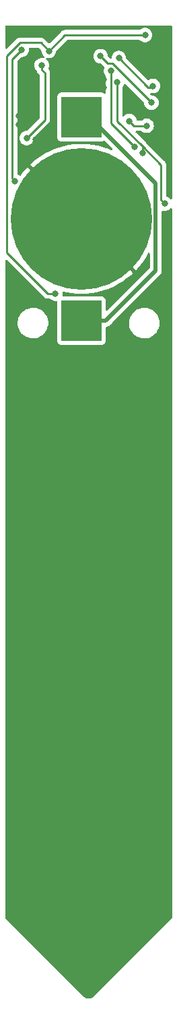
<source format=gbr>
G04 #@! TF.GenerationSoftware,KiCad,Pcbnew,(6.0.0)*
G04 #@! TF.CreationDate,2022-04-30T09:15:09+02:00*
G04 #@! TF.ProjectId,parasite,70617261-7369-4746-952e-6b696361645f,1.2.0*
G04 #@! TF.SameCoordinates,Original*
G04 #@! TF.FileFunction,Copper,L2,Bot*
G04 #@! TF.FilePolarity,Positive*
%FSLAX46Y46*%
G04 Gerber Fmt 4.6, Leading zero omitted, Abs format (unit mm)*
G04 Created by KiCad (PCBNEW (6.0.0)) date 2022-04-30 09:15:09*
%MOMM*%
%LPD*%
G01*
G04 APERTURE LIST*
G04 #@! TA.AperFunction,SMDPad,CuDef*
%ADD10R,5.100000X5.100000*%
G04 #@! TD*
G04 #@! TA.AperFunction,SMDPad,CuDef*
%ADD11C,17.800000*%
G04 #@! TD*
G04 #@! TA.AperFunction,ViaPad*
%ADD12C,0.800000*%
G04 #@! TD*
G04 #@! TA.AperFunction,Conductor*
%ADD13C,0.250000*%
G04 #@! TD*
G04 #@! TA.AperFunction,Conductor*
%ADD14C,0.500000*%
G04 #@! TD*
G04 APERTURE END LIST*
D10*
X67100000Y-42100000D03*
X67100000Y-67700000D03*
D11*
X67100000Y-54900000D03*
D12*
X63500000Y-38200000D03*
X68730000Y-46710000D03*
X66200000Y-48090000D03*
X60060000Y-63950000D03*
X69370000Y-59430000D03*
X65520000Y-62290000D03*
X74550000Y-33680000D03*
X69900000Y-37400000D03*
X69900000Y-38400000D03*
X69450000Y-32900000D03*
X64700000Y-38200000D03*
X62960000Y-52060000D03*
X72150000Y-52570000D03*
X63600000Y-41600000D03*
X62790000Y-31530000D03*
X61360000Y-44960000D03*
X68890000Y-48890000D03*
X64810000Y-55130000D03*
X59200000Y-43100000D03*
X67100000Y-38200000D03*
X63600000Y-42700000D03*
X59420000Y-31400000D03*
X65260000Y-49680000D03*
X65800000Y-38200000D03*
X59200000Y-42000000D03*
X67100000Y-67700000D03*
X68550000Y-66250000D03*
X67800000Y-67000000D03*
X63800000Y-64300000D03*
X75100000Y-31800000D03*
X63000000Y-33800000D03*
X62100000Y-35600000D03*
X60200000Y-44750000D03*
X59570000Y-33660000D03*
X58725500Y-50170000D03*
X71800000Y-34700000D03*
X76100000Y-38200000D03*
X75900000Y-40300000D03*
X69500000Y-34460000D03*
X73119000Y-42600000D03*
X75300000Y-43200000D03*
X71600000Y-37700000D03*
X74770000Y-46610000D03*
X77570000Y-52990000D03*
X73770000Y-45870000D03*
X70800000Y-36300000D03*
D13*
X61360000Y-44940000D02*
X63600000Y-42700000D01*
X63200000Y-38200000D02*
X64500000Y-38200000D01*
X65800000Y-38200000D02*
X67100000Y-38200000D01*
X61360000Y-44960000D02*
X61360000Y-44940000D01*
X63225000Y-38275000D02*
X63300000Y-38200000D01*
D14*
X68100000Y-42100000D02*
X67100000Y-42100000D01*
X70150000Y-67700000D02*
X76450001Y-61399999D01*
X67100000Y-67700000D02*
X70150000Y-67700000D01*
X76450001Y-50450001D02*
X68100000Y-42100000D01*
X76450001Y-61399999D02*
X76450001Y-50450001D01*
D13*
X61974999Y-32774999D02*
X59351998Y-32774999D01*
X65000000Y-31800000D02*
X75100000Y-31800000D01*
X59351998Y-32774999D02*
X57674999Y-34451998D01*
X63000000Y-33800000D02*
X65000000Y-31800000D01*
X63000000Y-33800000D02*
X61974999Y-32774999D01*
X57674999Y-34451998D02*
X57674999Y-59128001D01*
X57674999Y-59128001D02*
X62846998Y-64300000D01*
X62846998Y-64300000D02*
X63800000Y-64300000D01*
X60200000Y-44750000D02*
X60200000Y-44730000D01*
X62500000Y-42430000D02*
X62500000Y-36565685D01*
X60200000Y-44730000D02*
X62500000Y-42430000D01*
X62100000Y-36165685D02*
X62100000Y-35600000D01*
X62500000Y-36565685D02*
X62100000Y-36165685D01*
X58400000Y-34830000D02*
X59570000Y-33660000D01*
X58725500Y-50170000D02*
X58400000Y-49844500D01*
X58400000Y-49844500D02*
X58400000Y-34830000D01*
X75500000Y-38400000D02*
X75900000Y-38400000D01*
X71800000Y-34700000D02*
X75500000Y-38400000D01*
X75900000Y-38400000D02*
X76100000Y-38200000D01*
X70440001Y-35400001D02*
X71000001Y-35400001D01*
X71000001Y-35400001D02*
X75900000Y-40300000D01*
X69500000Y-34460000D02*
X70440001Y-35400001D01*
X73719000Y-43200000D02*
X73119000Y-42600000D01*
X75300000Y-43200000D02*
X73719000Y-43200000D01*
X74770000Y-45770000D02*
X77110000Y-48110000D01*
X77110000Y-52530000D02*
X77570000Y-52990000D01*
X71600000Y-42600000D02*
X71600000Y-37700000D01*
X74770000Y-45770000D02*
X71600000Y-42600000D01*
X77110000Y-48110000D02*
X77110000Y-52530000D01*
X74770000Y-46610000D02*
X74770000Y-45770000D01*
X73770000Y-45870000D02*
X70800000Y-42900000D01*
X70800000Y-42900000D02*
X70800000Y-36300000D01*
G04 #@! TA.AperFunction,Conductor*
G36*
X78403794Y-53531789D02*
G01*
X78462778Y-53571302D01*
X78491036Y-53636433D01*
X78492000Y-53651987D01*
X78492000Y-142737389D01*
X78471998Y-142805510D01*
X78455095Y-142826484D01*
X68675673Y-152605905D01*
X68660906Y-152618551D01*
X68641555Y-152632688D01*
X68634798Y-152641478D01*
X68614837Y-152662086D01*
X68513056Y-152745615D01*
X68492519Y-152759337D01*
X68357738Y-152831379D01*
X68334918Y-152840831D01*
X68188666Y-152885196D01*
X68164445Y-152890014D01*
X68012346Y-152904995D01*
X67987654Y-152904995D01*
X67835555Y-152890014D01*
X67811334Y-152885196D01*
X67665082Y-152840831D01*
X67642262Y-152831379D01*
X67590114Y-152803505D01*
X67507475Y-152759334D01*
X67486948Y-152745618D01*
X67390409Y-152666391D01*
X67379384Y-152654730D01*
X67378875Y-152655227D01*
X67372609Y-152648805D01*
X67367312Y-152641555D01*
X67342101Y-152622175D01*
X67329797Y-152611374D01*
X57544905Y-142826485D01*
X57510879Y-142764173D01*
X57508000Y-142737390D01*
X57508000Y-67939468D01*
X59073827Y-67939468D01*
X59076205Y-68000000D01*
X59084514Y-68211472D01*
X59133420Y-68479256D01*
X59219570Y-68737478D01*
X59221562Y-68741465D01*
X59221563Y-68741467D01*
X59303542Y-68905533D01*
X59341243Y-68980986D01*
X59496014Y-69204920D01*
X59680793Y-69404813D01*
X59684247Y-69407625D01*
X59888437Y-69573862D01*
X59888441Y-69573865D01*
X59891894Y-69576676D01*
X59895716Y-69578977D01*
X60053484Y-69673961D01*
X60125104Y-69717080D01*
X60221741Y-69758001D01*
X60371668Y-69821487D01*
X60371673Y-69821489D01*
X60375771Y-69823224D01*
X60380068Y-69824363D01*
X60380073Y-69824365D01*
X60507332Y-69858106D01*
X60638893Y-69892989D01*
X60909220Y-69924985D01*
X61181358Y-69918571D01*
X61341909Y-69891848D01*
X61445481Y-69874609D01*
X61445483Y-69874609D01*
X61449878Y-69873877D01*
X61709422Y-69791795D01*
X61954810Y-69673961D01*
X62104619Y-69573862D01*
X62177446Y-69525201D01*
X62177450Y-69525198D01*
X62181148Y-69522727D01*
X62383918Y-69341110D01*
X62559076Y-69132735D01*
X62703126Y-68901759D01*
X62777624Y-68733249D01*
X62811396Y-68656857D01*
X62813194Y-68652790D01*
X62887084Y-68390796D01*
X62911170Y-68211472D01*
X62922894Y-68124187D01*
X62922895Y-68124179D01*
X62923321Y-68121005D01*
X62927124Y-68000000D01*
X62907898Y-67728466D01*
X62895979Y-67673101D01*
X62851541Y-67466697D01*
X62851541Y-67466695D01*
X62850605Y-67462350D01*
X62756387Y-67206961D01*
X62627125Y-66967395D01*
X62465397Y-66748433D01*
X62274430Y-66554443D01*
X62058035Y-66389296D01*
X61820529Y-66256286D01*
X61752313Y-66229895D01*
X61570807Y-66159675D01*
X61570801Y-66159673D01*
X61566652Y-66158068D01*
X61562320Y-66157064D01*
X61562317Y-66157063D01*
X61453583Y-66131860D01*
X61301469Y-66096602D01*
X61030270Y-66073114D01*
X61025835Y-66073358D01*
X61025831Y-66073358D01*
X60762910Y-66087827D01*
X60762903Y-66087828D01*
X60758467Y-66088072D01*
X60491484Y-66141178D01*
X60234647Y-66231373D01*
X60230696Y-66233426D01*
X60230690Y-66233428D01*
X60098304Y-66302198D01*
X59993080Y-66356857D01*
X59989465Y-66359440D01*
X59989459Y-66359444D01*
X59775226Y-66512537D01*
X59775222Y-66512540D01*
X59771605Y-66515125D01*
X59574639Y-66703021D01*
X59406113Y-66916796D01*
X59269390Y-67152183D01*
X59267722Y-67156300D01*
X59267719Y-67156307D01*
X59243867Y-67215196D01*
X59167196Y-67404486D01*
X59151743Y-67466697D01*
X59110828Y-67631410D01*
X59101572Y-67668671D01*
X59101118Y-67673099D01*
X59101118Y-67673101D01*
X59094989Y-67732918D01*
X59073827Y-67939468D01*
X57508000Y-67939468D01*
X57508000Y-60161096D01*
X57528002Y-60092975D01*
X57581658Y-60046482D01*
X57651932Y-60036378D01*
X57716512Y-60065872D01*
X57723095Y-60072001D01*
X62343346Y-64692253D01*
X62350886Y-64700539D01*
X62354998Y-64707018D01*
X62360775Y-64712443D01*
X62404649Y-64753643D01*
X62407491Y-64756398D01*
X62427228Y-64776135D01*
X62430425Y-64778615D01*
X62439445Y-64786318D01*
X62471677Y-64816586D01*
X62478623Y-64820405D01*
X62478626Y-64820407D01*
X62489432Y-64826348D01*
X62505951Y-64837199D01*
X62521957Y-64849614D01*
X62529226Y-64852759D01*
X62529230Y-64852762D01*
X62562535Y-64867174D01*
X62573185Y-64872391D01*
X62611938Y-64893695D01*
X62619613Y-64895666D01*
X62619614Y-64895666D01*
X62631560Y-64898733D01*
X62650265Y-64905137D01*
X62668853Y-64913181D01*
X62676676Y-64914420D01*
X62676686Y-64914423D01*
X62712522Y-64920099D01*
X62724142Y-64922505D01*
X62759287Y-64931528D01*
X62766968Y-64933500D01*
X62787222Y-64933500D01*
X62806932Y-64935051D01*
X62826941Y-64938220D01*
X62834833Y-64937474D01*
X62870959Y-64934059D01*
X62882817Y-64933500D01*
X63091800Y-64933500D01*
X63159921Y-64953502D01*
X63179147Y-64969843D01*
X63179420Y-64969540D01*
X63184332Y-64973963D01*
X63188747Y-64978866D01*
X63343248Y-65091118D01*
X63349276Y-65093802D01*
X63349278Y-65093803D01*
X63375063Y-65105283D01*
X63517712Y-65168794D01*
X63611112Y-65188647D01*
X63698056Y-65207128D01*
X63698061Y-65207128D01*
X63704513Y-65208500D01*
X63895487Y-65208500D01*
X63901942Y-65207128D01*
X63902332Y-65207087D01*
X63972170Y-65219860D01*
X64024016Y-65268363D01*
X64041500Y-65332397D01*
X64041500Y-70298134D01*
X64048255Y-70360316D01*
X64099385Y-70496705D01*
X64186739Y-70613261D01*
X64303295Y-70700615D01*
X64439684Y-70751745D01*
X64501866Y-70758500D01*
X69698134Y-70758500D01*
X69760316Y-70751745D01*
X69896705Y-70700615D01*
X70013261Y-70613261D01*
X70100615Y-70496705D01*
X70151745Y-70360316D01*
X70158500Y-70298134D01*
X70158500Y-68576507D01*
X70178502Y-68508386D01*
X70232158Y-68461893D01*
X70274286Y-68450922D01*
X70276048Y-68450779D01*
X70292339Y-68449454D01*
X70292342Y-68449453D01*
X70299637Y-68448860D01*
X70306601Y-68446604D01*
X70312560Y-68445413D01*
X70318415Y-68444029D01*
X70325681Y-68443182D01*
X70394327Y-68418265D01*
X70398455Y-68416848D01*
X70460936Y-68396607D01*
X70460938Y-68396606D01*
X70467899Y-68394351D01*
X70474154Y-68390555D01*
X70479628Y-68388049D01*
X70485058Y-68385330D01*
X70491937Y-68382833D01*
X70552976Y-68342814D01*
X70556680Y-68340477D01*
X70619107Y-68302595D01*
X70627484Y-68295197D01*
X70627508Y-68295224D01*
X70630500Y-68292571D01*
X70633733Y-68289868D01*
X70639852Y-68285856D01*
X70693128Y-68229617D01*
X70695506Y-68227175D01*
X70983213Y-67939468D01*
X73073827Y-67939468D01*
X73076205Y-68000000D01*
X73084514Y-68211472D01*
X73133420Y-68479256D01*
X73219570Y-68737478D01*
X73221562Y-68741465D01*
X73221563Y-68741467D01*
X73303542Y-68905533D01*
X73341243Y-68980986D01*
X73496014Y-69204920D01*
X73680793Y-69404813D01*
X73684247Y-69407625D01*
X73888437Y-69573862D01*
X73888441Y-69573865D01*
X73891894Y-69576676D01*
X73895716Y-69578977D01*
X74053484Y-69673961D01*
X74125104Y-69717080D01*
X74221741Y-69758001D01*
X74371668Y-69821487D01*
X74371673Y-69821489D01*
X74375771Y-69823224D01*
X74380068Y-69824363D01*
X74380073Y-69824365D01*
X74507332Y-69858106D01*
X74638893Y-69892989D01*
X74909220Y-69924985D01*
X75181358Y-69918571D01*
X75341909Y-69891848D01*
X75445481Y-69874609D01*
X75445483Y-69874609D01*
X75449878Y-69873877D01*
X75709422Y-69791795D01*
X75954810Y-69673961D01*
X76104619Y-69573862D01*
X76177446Y-69525201D01*
X76177450Y-69525198D01*
X76181148Y-69522727D01*
X76383918Y-69341110D01*
X76559076Y-69132735D01*
X76703126Y-68901759D01*
X76777624Y-68733249D01*
X76811396Y-68656857D01*
X76813194Y-68652790D01*
X76887084Y-68390796D01*
X76911170Y-68211472D01*
X76922894Y-68124187D01*
X76922895Y-68124179D01*
X76923321Y-68121005D01*
X76927124Y-68000000D01*
X76907898Y-67728466D01*
X76895979Y-67673101D01*
X76851541Y-67466697D01*
X76851541Y-67466695D01*
X76850605Y-67462350D01*
X76756387Y-67206961D01*
X76627125Y-66967395D01*
X76465397Y-66748433D01*
X76274430Y-66554443D01*
X76058035Y-66389296D01*
X75820529Y-66256286D01*
X75752313Y-66229895D01*
X75570807Y-66159675D01*
X75570801Y-66159673D01*
X75566652Y-66158068D01*
X75562320Y-66157064D01*
X75562317Y-66157063D01*
X75453583Y-66131860D01*
X75301469Y-66096602D01*
X75030270Y-66073114D01*
X75025835Y-66073358D01*
X75025831Y-66073358D01*
X74762910Y-66087827D01*
X74762903Y-66087828D01*
X74758467Y-66088072D01*
X74491484Y-66141178D01*
X74234647Y-66231373D01*
X74230696Y-66233426D01*
X74230690Y-66233428D01*
X74098304Y-66302198D01*
X73993080Y-66356857D01*
X73989465Y-66359440D01*
X73989459Y-66359444D01*
X73775226Y-66512537D01*
X73775222Y-66512540D01*
X73771605Y-66515125D01*
X73574639Y-66703021D01*
X73406113Y-66916796D01*
X73269390Y-67152183D01*
X73267722Y-67156300D01*
X73267719Y-67156307D01*
X73243867Y-67215196D01*
X73167196Y-67404486D01*
X73151743Y-67466697D01*
X73110828Y-67631410D01*
X73101572Y-67668671D01*
X73101118Y-67673099D01*
X73101118Y-67673101D01*
X73094989Y-67732918D01*
X73073827Y-67939468D01*
X70983213Y-67939468D01*
X76938912Y-61983769D01*
X76953324Y-61971383D01*
X76964919Y-61962850D01*
X76964924Y-61962845D01*
X76970819Y-61958507D01*
X76975558Y-61952929D01*
X76975561Y-61952926D01*
X77005036Y-61918231D01*
X77011966Y-61910715D01*
X77017661Y-61905020D01*
X77035282Y-61882748D01*
X77038073Y-61879344D01*
X77080592Y-61829296D01*
X77080593Y-61829294D01*
X77085334Y-61823714D01*
X77088662Y-61817198D01*
X77092029Y-61812149D01*
X77095196Y-61807020D01*
X77099735Y-61801283D01*
X77130656Y-61735124D01*
X77132562Y-61731224D01*
X77138353Y-61719883D01*
X77165770Y-61666191D01*
X77167509Y-61659082D01*
X77169605Y-61653448D01*
X77171524Y-61647678D01*
X77174623Y-61641049D01*
X77189492Y-61569564D01*
X77190462Y-61565281D01*
X77206474Y-61499843D01*
X77207809Y-61494389D01*
X77208501Y-61483235D01*
X77208536Y-61483237D01*
X77208776Y-61479265D01*
X77209153Y-61475044D01*
X77210642Y-61467884D01*
X77208547Y-61390457D01*
X77208501Y-61387049D01*
X77208501Y-53997555D01*
X77228503Y-53929434D01*
X77282159Y-53882941D01*
X77352433Y-53872837D01*
X77360698Y-53874308D01*
X77468056Y-53897128D01*
X77468061Y-53897128D01*
X77474513Y-53898500D01*
X77665487Y-53898500D01*
X77671939Y-53897128D01*
X77671944Y-53897128D01*
X77758888Y-53878647D01*
X77852288Y-53858794D01*
X77858319Y-53856109D01*
X78020722Y-53783803D01*
X78020724Y-53783802D01*
X78026752Y-53781118D01*
X78181253Y-53668866D01*
X78272364Y-53567677D01*
X78332810Y-53530437D01*
X78403794Y-53531789D01*
G37*
G04 #@! TD.AperFunction*
G04 #@! TA.AperFunction,Conductor*
G36*
X78434121Y-30620002D02*
G01*
X78480614Y-30673658D01*
X78492000Y-30726000D01*
X78492000Y-52328013D01*
X78471998Y-52396134D01*
X78418342Y-52442627D01*
X78348068Y-52452731D01*
X78283488Y-52423237D01*
X78272364Y-52412323D01*
X78185675Y-52316045D01*
X78185674Y-52316044D01*
X78181253Y-52311134D01*
X78026752Y-52198882D01*
X78020724Y-52196198D01*
X78020722Y-52196197D01*
X77858319Y-52123891D01*
X77858318Y-52123891D01*
X77852288Y-52121206D01*
X77845827Y-52119833D01*
X77845825Y-52119832D01*
X77843301Y-52119295D01*
X77841982Y-52118583D01*
X77839548Y-52117792D01*
X77839693Y-52117347D01*
X77780828Y-52085566D01*
X77746508Y-52023416D01*
X77743500Y-51996049D01*
X77743500Y-48188768D01*
X77744027Y-48177585D01*
X77745702Y-48170092D01*
X77743562Y-48102001D01*
X77743500Y-48098044D01*
X77743500Y-48070144D01*
X77742996Y-48066153D01*
X77742063Y-48054311D01*
X77741602Y-48039622D01*
X77740674Y-48010111D01*
X77738462Y-48002497D01*
X77738461Y-48002492D01*
X77735023Y-47990659D01*
X77731012Y-47971295D01*
X77729467Y-47959064D01*
X77728474Y-47951203D01*
X77725557Y-47943836D01*
X77725556Y-47943831D01*
X77712198Y-47910092D01*
X77708354Y-47898865D01*
X77698230Y-47864022D01*
X77696018Y-47856407D01*
X77685707Y-47838972D01*
X77677012Y-47821224D01*
X77669552Y-47802383D01*
X77643564Y-47766613D01*
X77637048Y-47756693D01*
X77618580Y-47725465D01*
X77618578Y-47725462D01*
X77614542Y-47718638D01*
X77600221Y-47704317D01*
X77587380Y-47689283D01*
X77580131Y-47679306D01*
X77575472Y-47672893D01*
X77541395Y-47644702D01*
X77532616Y-47636712D01*
X75260218Y-45364313D01*
X75247376Y-45349278D01*
X75235472Y-45332893D01*
X75201406Y-45304711D01*
X75192627Y-45296722D01*
X75189770Y-45293865D01*
X75189766Y-45293862D01*
X73944499Y-44048595D01*
X73910473Y-43986283D01*
X73915538Y-43915468D01*
X73958085Y-43858632D01*
X74024605Y-43833821D01*
X74033594Y-43833500D01*
X74591800Y-43833500D01*
X74659921Y-43853502D01*
X74679147Y-43869843D01*
X74679420Y-43869540D01*
X74684332Y-43873963D01*
X74688747Y-43878866D01*
X74695663Y-43883891D01*
X74795184Y-43956197D01*
X74843248Y-43991118D01*
X74849276Y-43993802D01*
X74849278Y-43993803D01*
X74972344Y-44048595D01*
X75017712Y-44068794D01*
X75111112Y-44088647D01*
X75198056Y-44107128D01*
X75198061Y-44107128D01*
X75204513Y-44108500D01*
X75395487Y-44108500D01*
X75401939Y-44107128D01*
X75401944Y-44107128D01*
X75488887Y-44088647D01*
X75582288Y-44068794D01*
X75627656Y-44048595D01*
X75750722Y-43993803D01*
X75750724Y-43993802D01*
X75756752Y-43991118D01*
X75911253Y-43878866D01*
X75943662Y-43842872D01*
X76034621Y-43741852D01*
X76034622Y-43741851D01*
X76039040Y-43736944D01*
X76134527Y-43571556D01*
X76193542Y-43389928D01*
X76213504Y-43200000D01*
X76212814Y-43193435D01*
X76194232Y-43016635D01*
X76194232Y-43016633D01*
X76193542Y-43010072D01*
X76134527Y-42828444D01*
X76039040Y-42663056D01*
X75944998Y-42558611D01*
X75915675Y-42526045D01*
X75915674Y-42526044D01*
X75911253Y-42521134D01*
X75756752Y-42408882D01*
X75750724Y-42406198D01*
X75750722Y-42406197D01*
X75588319Y-42333891D01*
X75588318Y-42333891D01*
X75582288Y-42331206D01*
X75488887Y-42311353D01*
X75401944Y-42292872D01*
X75401939Y-42292872D01*
X75395487Y-42291500D01*
X75204513Y-42291500D01*
X75198061Y-42292872D01*
X75198056Y-42292872D01*
X75111113Y-42311353D01*
X75017712Y-42331206D01*
X75011682Y-42333891D01*
X75011681Y-42333891D01*
X74849278Y-42406197D01*
X74849276Y-42406198D01*
X74843248Y-42408882D01*
X74688747Y-42521134D01*
X74684332Y-42526037D01*
X74679420Y-42530460D01*
X74678295Y-42529211D01*
X74624986Y-42562051D01*
X74591800Y-42566500D01*
X74142434Y-42566500D01*
X74074313Y-42546498D01*
X74027820Y-42492842D01*
X74017124Y-42453670D01*
X74016745Y-42450057D01*
X74012542Y-42410072D01*
X73953527Y-42228444D01*
X73858040Y-42063056D01*
X73730253Y-41921134D01*
X73575752Y-41808882D01*
X73569724Y-41806198D01*
X73569722Y-41806197D01*
X73407319Y-41733891D01*
X73407318Y-41733891D01*
X73401288Y-41731206D01*
X73307887Y-41711353D01*
X73220944Y-41692872D01*
X73220939Y-41692872D01*
X73214487Y-41691500D01*
X73023513Y-41691500D01*
X73017061Y-41692872D01*
X73017056Y-41692872D01*
X72930112Y-41711353D01*
X72836712Y-41731206D01*
X72830682Y-41733891D01*
X72830681Y-41733891D01*
X72668278Y-41806197D01*
X72668276Y-41806198D01*
X72662248Y-41808882D01*
X72507747Y-41921134D01*
X72503326Y-41926044D01*
X72503325Y-41926045D01*
X72453136Y-41981786D01*
X72392690Y-42019026D01*
X72321707Y-42017674D01*
X72262722Y-41978161D01*
X72234464Y-41913030D01*
X72233500Y-41897476D01*
X72233500Y-38402524D01*
X72253502Y-38334403D01*
X72265858Y-38318221D01*
X72339040Y-38236944D01*
X72434527Y-38071556D01*
X72454646Y-38009637D01*
X72494720Y-37951031D01*
X72560117Y-37923395D01*
X72630074Y-37935502D01*
X72663574Y-37959479D01*
X74952878Y-40248783D01*
X74986904Y-40311095D01*
X74989093Y-40324706D01*
X75006458Y-40489928D01*
X75065473Y-40671556D01*
X75160960Y-40836944D01*
X75288747Y-40978866D01*
X75443248Y-41091118D01*
X75449276Y-41093802D01*
X75449278Y-41093803D01*
X75611681Y-41166109D01*
X75617712Y-41168794D01*
X75711113Y-41188647D01*
X75798056Y-41207128D01*
X75798061Y-41207128D01*
X75804513Y-41208500D01*
X75995487Y-41208500D01*
X76001939Y-41207128D01*
X76001944Y-41207128D01*
X76088887Y-41188647D01*
X76182288Y-41168794D01*
X76188319Y-41166109D01*
X76350722Y-41093803D01*
X76350724Y-41093802D01*
X76356752Y-41091118D01*
X76511253Y-40978866D01*
X76639040Y-40836944D01*
X76734527Y-40671556D01*
X76793542Y-40489928D01*
X76813504Y-40300000D01*
X76793542Y-40110072D01*
X76734527Y-39928444D01*
X76639040Y-39763056D01*
X76511253Y-39621134D01*
X76356752Y-39508882D01*
X76350724Y-39506198D01*
X76350722Y-39506197D01*
X76188319Y-39433891D01*
X76188318Y-39433891D01*
X76182288Y-39431206D01*
X76088888Y-39411353D01*
X76001944Y-39392872D01*
X76001939Y-39392872D01*
X75995487Y-39391500D01*
X75939594Y-39391500D01*
X75871473Y-39371498D01*
X75850499Y-39354595D01*
X75797183Y-39301279D01*
X75763157Y-39238967D01*
X75768222Y-39168152D01*
X75810769Y-39111316D01*
X75877289Y-39086505D01*
X75912475Y-39088937D01*
X75998056Y-39107128D01*
X75998061Y-39107128D01*
X76004513Y-39108500D01*
X76195487Y-39108500D01*
X76201939Y-39107128D01*
X76201944Y-39107128D01*
X76288888Y-39088647D01*
X76382288Y-39068794D01*
X76422189Y-39051029D01*
X76550722Y-38993803D01*
X76550724Y-38993802D01*
X76556752Y-38991118D01*
X76711253Y-38878866D01*
X76839040Y-38736944D01*
X76934527Y-38571556D01*
X76993542Y-38389928D01*
X77001080Y-38318213D01*
X77012814Y-38206565D01*
X77013504Y-38200000D01*
X76993542Y-38010072D01*
X76934527Y-37828444D01*
X76839040Y-37663056D01*
X76711253Y-37521134D01*
X76556752Y-37408882D01*
X76550724Y-37406198D01*
X76550722Y-37406197D01*
X76388319Y-37333891D01*
X76388318Y-37333891D01*
X76382288Y-37331206D01*
X76288887Y-37311353D01*
X76201944Y-37292872D01*
X76201939Y-37292872D01*
X76195487Y-37291500D01*
X76004513Y-37291500D01*
X75998061Y-37292872D01*
X75998056Y-37292872D01*
X75911113Y-37311353D01*
X75817712Y-37331206D01*
X75811682Y-37333891D01*
X75811681Y-37333891D01*
X75649278Y-37406197D01*
X75649276Y-37406198D01*
X75643248Y-37408882D01*
X75637910Y-37412760D01*
X75637907Y-37412762D01*
X75592193Y-37445975D01*
X75525325Y-37469833D01*
X75456173Y-37453751D01*
X75429038Y-37433133D01*
X72747122Y-34751217D01*
X72713096Y-34688905D01*
X72710907Y-34675292D01*
X72694232Y-34516635D01*
X72694232Y-34516633D01*
X72693542Y-34510072D01*
X72634527Y-34328444D01*
X72539040Y-34163056D01*
X72411253Y-34021134D01*
X72256752Y-33908882D01*
X72250724Y-33906198D01*
X72250722Y-33906197D01*
X72088319Y-33833891D01*
X72088318Y-33833891D01*
X72082288Y-33831206D01*
X71987669Y-33811094D01*
X71901944Y-33792872D01*
X71901939Y-33792872D01*
X71895487Y-33791500D01*
X71704513Y-33791500D01*
X71698061Y-33792872D01*
X71698056Y-33792872D01*
X71612331Y-33811094D01*
X71517712Y-33831206D01*
X71511682Y-33833891D01*
X71511681Y-33833891D01*
X71349278Y-33906197D01*
X71349276Y-33906198D01*
X71343248Y-33908882D01*
X71188747Y-34021134D01*
X71060960Y-34163056D01*
X70965473Y-34328444D01*
X70906458Y-34510072D01*
X70905769Y-34516631D01*
X70905768Y-34516634D01*
X70891365Y-34653672D01*
X70864352Y-34719328D01*
X70806130Y-34759958D01*
X70766055Y-34766501D01*
X70754596Y-34766501D01*
X70686475Y-34746499D01*
X70665501Y-34729596D01*
X70447122Y-34511217D01*
X70413096Y-34448905D01*
X70410907Y-34435292D01*
X70394232Y-34276635D01*
X70394232Y-34276633D01*
X70393542Y-34270072D01*
X70334527Y-34088444D01*
X70239040Y-33923056D01*
X70111253Y-33781134D01*
X69956752Y-33668882D01*
X69950724Y-33666198D01*
X69950722Y-33666197D01*
X69788319Y-33593891D01*
X69788318Y-33593891D01*
X69782288Y-33591206D01*
X69688888Y-33571353D01*
X69601944Y-33552872D01*
X69601939Y-33552872D01*
X69595487Y-33551500D01*
X69404513Y-33551500D01*
X69398061Y-33552872D01*
X69398056Y-33552872D01*
X69311112Y-33571353D01*
X69217712Y-33591206D01*
X69211682Y-33593891D01*
X69211681Y-33593891D01*
X69049278Y-33666197D01*
X69049276Y-33666198D01*
X69043248Y-33668882D01*
X68888747Y-33781134D01*
X68760960Y-33923056D01*
X68665473Y-34088444D01*
X68606458Y-34270072D01*
X68605768Y-34276633D01*
X68605768Y-34276635D01*
X68598914Y-34341852D01*
X68586496Y-34460000D01*
X68587186Y-34466565D01*
X68595461Y-34545293D01*
X68606458Y-34649928D01*
X68665473Y-34831556D01*
X68760960Y-34996944D01*
X68888747Y-35138866D01*
X68987843Y-35210864D01*
X69020691Y-35234729D01*
X69043248Y-35251118D01*
X69049276Y-35253802D01*
X69049278Y-35253803D01*
X69211681Y-35326109D01*
X69217712Y-35328794D01*
X69311113Y-35348647D01*
X69398056Y-35367128D01*
X69398061Y-35367128D01*
X69404513Y-35368500D01*
X69460406Y-35368500D01*
X69528527Y-35388502D01*
X69549501Y-35405405D01*
X69936344Y-35792248D01*
X69943888Y-35800537D01*
X69946575Y-35804772D01*
X69973661Y-35867858D01*
X69964583Y-35928155D01*
X69965473Y-35928444D01*
X69963434Y-35934720D01*
X69963432Y-35934724D01*
X69942781Y-35998282D01*
X69906458Y-36110072D01*
X69905768Y-36116633D01*
X69905768Y-36116635D01*
X69900294Y-36168716D01*
X69886496Y-36300000D01*
X69887186Y-36306565D01*
X69904711Y-36473302D01*
X69906458Y-36489928D01*
X69965473Y-36671556D01*
X70060960Y-36836944D01*
X70134137Y-36918215D01*
X70164853Y-36982221D01*
X70166500Y-37002524D01*
X70166500Y-39049695D01*
X70146498Y-39117816D01*
X70092842Y-39164309D01*
X70022568Y-39174413D01*
X69964936Y-39150521D01*
X69896705Y-39099385D01*
X69760316Y-39048255D01*
X69698134Y-39041500D01*
X64501866Y-39041500D01*
X64439684Y-39048255D01*
X64303295Y-39099385D01*
X64186739Y-39186739D01*
X64099385Y-39303295D01*
X64048255Y-39439684D01*
X64041500Y-39501866D01*
X64041500Y-44698134D01*
X64048255Y-44760316D01*
X64099385Y-44896705D01*
X64186739Y-45013261D01*
X64303295Y-45100615D01*
X64439684Y-45151745D01*
X64501866Y-45158500D01*
X69698134Y-45158500D01*
X69760316Y-45151745D01*
X69840845Y-45121556D01*
X69888298Y-45103767D01*
X69888300Y-45103766D01*
X69896705Y-45100615D01*
X69900078Y-45098087D01*
X69967091Y-45083429D01*
X70033640Y-45108163D01*
X70047342Y-45120023D01*
X70989142Y-46061823D01*
X71023168Y-46124135D01*
X71018103Y-46194950D01*
X70975556Y-46251786D01*
X70909036Y-46276597D01*
X70846300Y-46264880D01*
X70840211Y-46262008D01*
X70836457Y-46260384D01*
X70274988Y-46038649D01*
X70271159Y-46037278D01*
X69696502Y-45852222D01*
X69692627Y-45851111D01*
X69107229Y-45703526D01*
X69103268Y-45702663D01*
X68509588Y-45593167D01*
X68505566Y-45592558D01*
X67906029Y-45521598D01*
X67902027Y-45521255D01*
X67299136Y-45489131D01*
X67295119Y-45489047D01*
X66691442Y-45495896D01*
X66687380Y-45496073D01*
X66085416Y-45541864D01*
X66081389Y-45542301D01*
X65483660Y-45626839D01*
X65479623Y-45627543D01*
X64888587Y-45750478D01*
X64884639Y-45751434D01*
X64302765Y-45912254D01*
X64298873Y-45913467D01*
X63728579Y-46111506D01*
X63724796Y-46112959D01*
X63168481Y-46347384D01*
X63164782Y-46349085D01*
X62624758Y-46618920D01*
X62621156Y-46620868D01*
X62099693Y-46924975D01*
X62096229Y-46927148D01*
X61595452Y-47264292D01*
X61592161Y-47266665D01*
X61114195Y-47635414D01*
X61111040Y-47638013D01*
X60657848Y-48036854D01*
X60654900Y-48039622D01*
X60639690Y-48054859D01*
X60632090Y-48068808D01*
X60632225Y-48070670D01*
X60636453Y-48077243D01*
X73916962Y-61357752D01*
X73930906Y-61365366D01*
X73931950Y-61365292D01*
X73939643Y-61360218D01*
X74115787Y-61175573D01*
X74118510Y-61172527D01*
X74506152Y-60709734D01*
X74508646Y-60706554D01*
X74865621Y-60219701D01*
X74867921Y-60216341D01*
X75192732Y-59707472D01*
X75194803Y-59703984D01*
X75455139Y-59231412D01*
X75505528Y-59181397D01*
X75574958Y-59166564D01*
X75641386Y-59191623D01*
X75683720Y-59248617D01*
X75691501Y-59292209D01*
X75691501Y-61033628D01*
X75671499Y-61101749D01*
X75654596Y-61122723D01*
X70373595Y-66403724D01*
X70311283Y-66437750D01*
X70240468Y-66432685D01*
X70183632Y-66390138D01*
X70158821Y-66323618D01*
X70158500Y-66314629D01*
X70158500Y-65101866D01*
X70151745Y-65039684D01*
X70100615Y-64903295D01*
X70013261Y-64786739D01*
X69896705Y-64699385D01*
X69760316Y-64648255D01*
X69698134Y-64641500D01*
X64816216Y-64641500D01*
X64748095Y-64621498D01*
X64701602Y-64567842D01*
X64691498Y-64497568D01*
X64692029Y-64494584D01*
X64693542Y-64489928D01*
X64713504Y-64300000D01*
X64700195Y-64173373D01*
X64712967Y-64103535D01*
X64761469Y-64051688D01*
X64830302Y-64034294D01*
X64853527Y-64037359D01*
X65301917Y-64139642D01*
X65305912Y-64140419D01*
X65901930Y-64236419D01*
X65905969Y-64236936D01*
X66506918Y-64294272D01*
X66510987Y-64294528D01*
X67114384Y-64312964D01*
X67118470Y-64312956D01*
X67721812Y-64292414D01*
X67725856Y-64292145D01*
X68326622Y-64232710D01*
X68330658Y-64232179D01*
X68926321Y-64134102D01*
X68930324Y-64133309D01*
X69518425Y-63996995D01*
X69522345Y-63995952D01*
X70100442Y-63821964D01*
X70104275Y-63820674D01*
X70669914Y-63609753D01*
X70673707Y-63608197D01*
X71224544Y-63361219D01*
X71228205Y-63359433D01*
X71761987Y-63077406D01*
X71765493Y-63075406D01*
X72279963Y-62759521D01*
X72283360Y-62757280D01*
X72776367Y-62408858D01*
X72779591Y-62406420D01*
X73249100Y-62026897D01*
X73252167Y-62024250D01*
X73557854Y-61742663D01*
X73566032Y-61729046D01*
X73566018Y-61728587D01*
X73560673Y-61719883D01*
X60280806Y-48440016D01*
X60266862Y-48432402D01*
X60265057Y-48432531D01*
X60258404Y-48436810D01*
X60228383Y-48466885D01*
X60225621Y-48469835D01*
X59827560Y-48923737D01*
X59824995Y-48926860D01*
X59457060Y-49405497D01*
X59454688Y-49408797D01*
X59451789Y-49413120D01*
X59397235Y-49458554D01*
X59326777Y-49467282D01*
X59273083Y-49444875D01*
X59187594Y-49382763D01*
X59187593Y-49382762D01*
X59182252Y-49378882D01*
X59108251Y-49345935D01*
X59054155Y-49299955D01*
X59033500Y-49230828D01*
X59033500Y-35144595D01*
X59053502Y-35076474D01*
X59070405Y-35055499D01*
X59520501Y-34605404D01*
X59582813Y-34571379D01*
X59609596Y-34568500D01*
X59665487Y-34568500D01*
X59671939Y-34567128D01*
X59671944Y-34567128D01*
X59758888Y-34548647D01*
X59852288Y-34528794D01*
X59894339Y-34510072D01*
X60020722Y-34453803D01*
X60020724Y-34453802D01*
X60026752Y-34451118D01*
X60181253Y-34338866D01*
X60309040Y-34196944D01*
X60404527Y-34031556D01*
X60463542Y-33849928D01*
X60470464Y-33784074D01*
X60482814Y-33666565D01*
X60483504Y-33660000D01*
X60476274Y-33591206D01*
X60471698Y-33547669D01*
X60484470Y-33477831D01*
X60532973Y-33425984D01*
X60597008Y-33408499D01*
X61660405Y-33408499D01*
X61728526Y-33428501D01*
X61749500Y-33445404D01*
X62052878Y-33748782D01*
X62086904Y-33811094D01*
X62089092Y-33824703D01*
X62097652Y-33906144D01*
X62100031Y-33928774D01*
X62106458Y-33989928D01*
X62165473Y-34171556D01*
X62168776Y-34177278D01*
X62168777Y-34177279D01*
X62180131Y-34196944D01*
X62260960Y-34336944D01*
X62265378Y-34341851D01*
X62265379Y-34341852D01*
X62365849Y-34453435D01*
X62388747Y-34478866D01*
X62394089Y-34482747D01*
X62394091Y-34482749D01*
X62402793Y-34489071D01*
X62446147Y-34545293D01*
X62452222Y-34616029D01*
X62419091Y-34678821D01*
X62357271Y-34713732D01*
X62302536Y-34714254D01*
X62269011Y-34707128D01*
X62201944Y-34692872D01*
X62201939Y-34692872D01*
X62195487Y-34691500D01*
X62004513Y-34691500D01*
X61998061Y-34692872D01*
X61998056Y-34692872D01*
X61911113Y-34711353D01*
X61817712Y-34731206D01*
X61811682Y-34733891D01*
X61811681Y-34733891D01*
X61649278Y-34806197D01*
X61649276Y-34806198D01*
X61643248Y-34808882D01*
X61637907Y-34812762D01*
X61637906Y-34812763D01*
X61612040Y-34831556D01*
X61488747Y-34921134D01*
X61360960Y-35063056D01*
X61265473Y-35228444D01*
X61206458Y-35410072D01*
X61186496Y-35600000D01*
X61206458Y-35789928D01*
X61265473Y-35971556D01*
X61268776Y-35977278D01*
X61268777Y-35977279D01*
X61280903Y-35998282D01*
X61360960Y-36136944D01*
X61446469Y-36231911D01*
X61473827Y-36281063D01*
X61474977Y-36285021D01*
X61478987Y-36304385D01*
X61479961Y-36312091D01*
X61481526Y-36324482D01*
X61484445Y-36331853D01*
X61484445Y-36331855D01*
X61497804Y-36365597D01*
X61501649Y-36376827D01*
X61513982Y-36419278D01*
X61518015Y-36426097D01*
X61518017Y-36426102D01*
X61524293Y-36436713D01*
X61532988Y-36454461D01*
X61540448Y-36473302D01*
X61545110Y-36479718D01*
X61545110Y-36479719D01*
X61566436Y-36509072D01*
X61572952Y-36518992D01*
X61595458Y-36557047D01*
X61609779Y-36571368D01*
X61622619Y-36586401D01*
X61634528Y-36602792D01*
X61640634Y-36607843D01*
X61668605Y-36630983D01*
X61677384Y-36638973D01*
X61829595Y-36791184D01*
X61863621Y-36853496D01*
X61866500Y-36880279D01*
X61866500Y-42115405D01*
X61846498Y-42183526D01*
X61829595Y-42204500D01*
X60229500Y-43804595D01*
X60167188Y-43838621D01*
X60140405Y-43841500D01*
X60104513Y-43841500D01*
X60098061Y-43842872D01*
X60098056Y-43842872D01*
X60011112Y-43861353D01*
X59917712Y-43881206D01*
X59911682Y-43883891D01*
X59911681Y-43883891D01*
X59749278Y-43956197D01*
X59749276Y-43956198D01*
X59743248Y-43958882D01*
X59588747Y-44071134D01*
X59584326Y-44076044D01*
X59584325Y-44076045D01*
X59555103Y-44108500D01*
X59460960Y-44213056D01*
X59365473Y-44378444D01*
X59306458Y-44560072D01*
X59286496Y-44750000D01*
X59306458Y-44939928D01*
X59365473Y-45121556D01*
X59460960Y-45286944D01*
X59465378Y-45291851D01*
X59465379Y-45291852D01*
X59508106Y-45339305D01*
X59588747Y-45428866D01*
X59743248Y-45541118D01*
X59749276Y-45543802D01*
X59749278Y-45543803D01*
X59911681Y-45616109D01*
X59917712Y-45618794D01*
X60011113Y-45638647D01*
X60098056Y-45657128D01*
X60098061Y-45657128D01*
X60104513Y-45658500D01*
X60295487Y-45658500D01*
X60301939Y-45657128D01*
X60301944Y-45657128D01*
X60388888Y-45638647D01*
X60482288Y-45618794D01*
X60488319Y-45616109D01*
X60650722Y-45543803D01*
X60650724Y-45543802D01*
X60656752Y-45541118D01*
X60811253Y-45428866D01*
X60891894Y-45339305D01*
X60934621Y-45291852D01*
X60934622Y-45291851D01*
X60939040Y-45286944D01*
X61034527Y-45121556D01*
X61093542Y-44939928D01*
X61113256Y-44752357D01*
X61140269Y-44686701D01*
X61149471Y-44676433D01*
X62892247Y-42933657D01*
X62900537Y-42926113D01*
X62907018Y-42922000D01*
X62953659Y-42872332D01*
X62956413Y-42869491D01*
X62976134Y-42849770D01*
X62978612Y-42846575D01*
X62986318Y-42837553D01*
X63011158Y-42811101D01*
X63016586Y-42805321D01*
X63026346Y-42787568D01*
X63037199Y-42771045D01*
X63044753Y-42761306D01*
X63049613Y-42755041D01*
X63067176Y-42714457D01*
X63072383Y-42703827D01*
X63093695Y-42665060D01*
X63095666Y-42657383D01*
X63095668Y-42657378D01*
X63098732Y-42645442D01*
X63105138Y-42626730D01*
X63110033Y-42615419D01*
X63113181Y-42608145D01*
X63114421Y-42600317D01*
X63114423Y-42600310D01*
X63120099Y-42564476D01*
X63122505Y-42552856D01*
X63131528Y-42517711D01*
X63131528Y-42517710D01*
X63133500Y-42510030D01*
X63133500Y-42489776D01*
X63135051Y-42470065D01*
X63136980Y-42457886D01*
X63138220Y-42450057D01*
X63134059Y-42406038D01*
X63133500Y-42394181D01*
X63133500Y-36644448D01*
X63134027Y-36633264D01*
X63135701Y-36625776D01*
X63133562Y-36557717D01*
X63133500Y-36553760D01*
X63133500Y-36525829D01*
X63132994Y-36521823D01*
X63132061Y-36509977D01*
X63131629Y-36496206D01*
X63130673Y-36465795D01*
X63125022Y-36446343D01*
X63121014Y-36426991D01*
X63119468Y-36414753D01*
X63119467Y-36414751D01*
X63118474Y-36406888D01*
X63102194Y-36365771D01*
X63098359Y-36354570D01*
X63086018Y-36312091D01*
X63081985Y-36305272D01*
X63081983Y-36305267D01*
X63075707Y-36294656D01*
X63067010Y-36276906D01*
X63059552Y-36258068D01*
X63033571Y-36222308D01*
X63027053Y-36212386D01*
X63008578Y-36181145D01*
X63008574Y-36181140D01*
X63004542Y-36174322D01*
X62990218Y-36159998D01*
X62977376Y-36144963D01*
X62971550Y-36136944D01*
X62965472Y-36128578D01*
X62959363Y-36123524D01*
X62953937Y-36117746D01*
X62956363Y-36115468D01*
X62925161Y-36069260D01*
X62923547Y-35998282D01*
X62930112Y-35979774D01*
X62931223Y-35977279D01*
X62934527Y-35971556D01*
X62993542Y-35789928D01*
X63013504Y-35600000D01*
X62993542Y-35410072D01*
X62934527Y-35228444D01*
X62839040Y-35063056D01*
X62711253Y-34921134D01*
X62697207Y-34910929D01*
X62653853Y-34854707D01*
X62647778Y-34783971D01*
X62680909Y-34721179D01*
X62742729Y-34686268D01*
X62797464Y-34685746D01*
X62812326Y-34688905D01*
X62898056Y-34707128D01*
X62898061Y-34707128D01*
X62904513Y-34708500D01*
X63095487Y-34708500D01*
X63101939Y-34707128D01*
X63101944Y-34707128D01*
X63188887Y-34688647D01*
X63282288Y-34668794D01*
X63288319Y-34666109D01*
X63450722Y-34593803D01*
X63450724Y-34593802D01*
X63456752Y-34591118D01*
X63611253Y-34478866D01*
X63634151Y-34453435D01*
X63734621Y-34341852D01*
X63734622Y-34341851D01*
X63739040Y-34336944D01*
X63819869Y-34196944D01*
X63831223Y-34177279D01*
X63831224Y-34177278D01*
X63834527Y-34171556D01*
X63893542Y-33989928D01*
X63899970Y-33928774D01*
X63902348Y-33906144D01*
X63910907Y-33824706D01*
X63937920Y-33759050D01*
X63947122Y-33748782D01*
X65225500Y-32470405D01*
X65287812Y-32436379D01*
X65314595Y-32433500D01*
X74391800Y-32433500D01*
X74459921Y-32453502D01*
X74479147Y-32469843D01*
X74479420Y-32469540D01*
X74484332Y-32473963D01*
X74488747Y-32478866D01*
X74643248Y-32591118D01*
X74649276Y-32593802D01*
X74649278Y-32593803D01*
X74811681Y-32666109D01*
X74817712Y-32668794D01*
X74911113Y-32688647D01*
X74998056Y-32707128D01*
X74998061Y-32707128D01*
X75004513Y-32708500D01*
X75195487Y-32708500D01*
X75201939Y-32707128D01*
X75201944Y-32707128D01*
X75288887Y-32688647D01*
X75382288Y-32668794D01*
X75388319Y-32666109D01*
X75550722Y-32593803D01*
X75550724Y-32593802D01*
X75556752Y-32591118D01*
X75711253Y-32478866D01*
X75734091Y-32453502D01*
X75834621Y-32341852D01*
X75834622Y-32341851D01*
X75839040Y-32336944D01*
X75906495Y-32220109D01*
X75931223Y-32177279D01*
X75931224Y-32177278D01*
X75934527Y-32171556D01*
X75993542Y-31989928D01*
X76013504Y-31800000D01*
X75993542Y-31610072D01*
X75934527Y-31428444D01*
X75839040Y-31263056D01*
X75822882Y-31245110D01*
X75715675Y-31126045D01*
X75715674Y-31126044D01*
X75711253Y-31121134D01*
X75556752Y-31008882D01*
X75550724Y-31006198D01*
X75550722Y-31006197D01*
X75388319Y-30933891D01*
X75388318Y-30933891D01*
X75382288Y-30931206D01*
X75288888Y-30911353D01*
X75201944Y-30892872D01*
X75201939Y-30892872D01*
X75195487Y-30891500D01*
X75004513Y-30891500D01*
X74998061Y-30892872D01*
X74998056Y-30892872D01*
X74911112Y-30911353D01*
X74817712Y-30931206D01*
X74811682Y-30933891D01*
X74811681Y-30933891D01*
X74649278Y-31006197D01*
X74649276Y-31006198D01*
X74643248Y-31008882D01*
X74488747Y-31121134D01*
X74484332Y-31126037D01*
X74479420Y-31130460D01*
X74478295Y-31129211D01*
X74424986Y-31162051D01*
X74391800Y-31166500D01*
X65078767Y-31166500D01*
X65067584Y-31165973D01*
X65060091Y-31164298D01*
X65052165Y-31164547D01*
X65052164Y-31164547D01*
X64992014Y-31166438D01*
X64988055Y-31166500D01*
X64960144Y-31166500D01*
X64956210Y-31166997D01*
X64956209Y-31166997D01*
X64956144Y-31167005D01*
X64944307Y-31167938D01*
X64912490Y-31168938D01*
X64908029Y-31169078D01*
X64900110Y-31169327D01*
X64882454Y-31174456D01*
X64880658Y-31174978D01*
X64861306Y-31178986D01*
X64854235Y-31179880D01*
X64841203Y-31181526D01*
X64833834Y-31184443D01*
X64833832Y-31184444D01*
X64800097Y-31197800D01*
X64788869Y-31201645D01*
X64746407Y-31213982D01*
X64739584Y-31218017D01*
X64739582Y-31218018D01*
X64728972Y-31224293D01*
X64711224Y-31232988D01*
X64692383Y-31240448D01*
X64685967Y-31245110D01*
X64685966Y-31245110D01*
X64656613Y-31266436D01*
X64646693Y-31272952D01*
X64615465Y-31291420D01*
X64615462Y-31291422D01*
X64608638Y-31295458D01*
X64594317Y-31309779D01*
X64579284Y-31322619D01*
X64562893Y-31334528D01*
X64557842Y-31340634D01*
X64534702Y-31368605D01*
X64526712Y-31377384D01*
X63089095Y-32815000D01*
X63026783Y-32849026D01*
X62955967Y-32843961D01*
X62910905Y-32815000D01*
X62478651Y-32382746D01*
X62471111Y-32374460D01*
X62466999Y-32367981D01*
X62417347Y-32321355D01*
X62414506Y-32318601D01*
X62394769Y-32298864D01*
X62391572Y-32296384D01*
X62382550Y-32288679D01*
X62369121Y-32276068D01*
X62350320Y-32258413D01*
X62343374Y-32254594D01*
X62343371Y-32254592D01*
X62332565Y-32248651D01*
X62316046Y-32237800D01*
X62315582Y-32237440D01*
X62300040Y-32225385D01*
X62292771Y-32222240D01*
X62292767Y-32222237D01*
X62259462Y-32207825D01*
X62248812Y-32202608D01*
X62210059Y-32181304D01*
X62190436Y-32176266D01*
X62171733Y-32169862D01*
X62160419Y-32164966D01*
X62160418Y-32164966D01*
X62153144Y-32161818D01*
X62145321Y-32160579D01*
X62145311Y-32160576D01*
X62109475Y-32154900D01*
X62097855Y-32152494D01*
X62062710Y-32143471D01*
X62062709Y-32143471D01*
X62055029Y-32141499D01*
X62034775Y-32141499D01*
X62015064Y-32139948D01*
X62002885Y-32138019D01*
X61995056Y-32136779D01*
X61965785Y-32139546D01*
X61951038Y-32140940D01*
X61939180Y-32141499D01*
X59430766Y-32141499D01*
X59419583Y-32140972D01*
X59412090Y-32139297D01*
X59404164Y-32139546D01*
X59404163Y-32139546D01*
X59344000Y-32141437D01*
X59340042Y-32141499D01*
X59312142Y-32141499D01*
X59308152Y-32142003D01*
X59296318Y-32142935D01*
X59252109Y-32144325D01*
X59244495Y-32146537D01*
X59244490Y-32146538D01*
X59232657Y-32149976D01*
X59213294Y-32153987D01*
X59193201Y-32156525D01*
X59185834Y-32159442D01*
X59185829Y-32159443D01*
X59152090Y-32172801D01*
X59140863Y-32176645D01*
X59098405Y-32188981D01*
X59091579Y-32193018D01*
X59080970Y-32199292D01*
X59063222Y-32207987D01*
X59044381Y-32215447D01*
X59037965Y-32220109D01*
X59037964Y-32220109D01*
X59008611Y-32241435D01*
X58998691Y-32247951D01*
X58967463Y-32266419D01*
X58967460Y-32266421D01*
X58960636Y-32270457D01*
X58946315Y-32284778D01*
X58931282Y-32297618D01*
X58914891Y-32309527D01*
X58906215Y-32320015D01*
X58886700Y-32343604D01*
X58878710Y-32352383D01*
X57723095Y-33507997D01*
X57660783Y-33542023D01*
X57589967Y-33536958D01*
X57533132Y-33494411D01*
X57508321Y-33427891D01*
X57508000Y-33418902D01*
X57508000Y-30726000D01*
X57528002Y-30657879D01*
X57581658Y-30611386D01*
X57634000Y-30600000D01*
X78366000Y-30600000D01*
X78434121Y-30620002D01*
G37*
G04 #@! TD.AperFunction*
G04 #@! TA.AperFunction,Conductor*
G36*
X78403794Y-53531789D02*
G01*
X78462778Y-53571302D01*
X78491036Y-53636433D01*
X78492000Y-53651987D01*
X78492000Y-142737389D01*
X78471998Y-142805510D01*
X78455095Y-142826484D01*
X68675673Y-152605905D01*
X68660906Y-152618551D01*
X68641555Y-152632688D01*
X68634798Y-152641478D01*
X68614837Y-152662086D01*
X68513056Y-152745615D01*
X68492519Y-152759337D01*
X68357738Y-152831379D01*
X68334918Y-152840831D01*
X68188666Y-152885196D01*
X68164445Y-152890014D01*
X68012346Y-152904995D01*
X67987654Y-152904995D01*
X67835555Y-152890014D01*
X67811334Y-152885196D01*
X67665082Y-152840831D01*
X67642262Y-152831379D01*
X67590114Y-152803505D01*
X67507475Y-152759334D01*
X67486948Y-152745618D01*
X67390409Y-152666391D01*
X67379384Y-152654730D01*
X67378875Y-152655227D01*
X67372609Y-152648805D01*
X67367312Y-152641555D01*
X67342101Y-152622175D01*
X67329797Y-152611374D01*
X57544905Y-142826485D01*
X57510879Y-142764173D01*
X57508000Y-142737390D01*
X57508000Y-67939468D01*
X59073827Y-67939468D01*
X59076205Y-68000000D01*
X59084514Y-68211472D01*
X59133420Y-68479256D01*
X59219570Y-68737478D01*
X59221562Y-68741465D01*
X59221563Y-68741467D01*
X59303542Y-68905533D01*
X59341243Y-68980986D01*
X59496014Y-69204920D01*
X59680793Y-69404813D01*
X59684247Y-69407625D01*
X59888437Y-69573862D01*
X59888441Y-69573865D01*
X59891894Y-69576676D01*
X59895716Y-69578977D01*
X60053484Y-69673961D01*
X60125104Y-69717080D01*
X60221741Y-69758001D01*
X60371668Y-69821487D01*
X60371673Y-69821489D01*
X60375771Y-69823224D01*
X60380068Y-69824363D01*
X60380073Y-69824365D01*
X60507332Y-69858106D01*
X60638893Y-69892989D01*
X60909220Y-69924985D01*
X61181358Y-69918571D01*
X61341909Y-69891848D01*
X61445481Y-69874609D01*
X61445483Y-69874609D01*
X61449878Y-69873877D01*
X61709422Y-69791795D01*
X61954810Y-69673961D01*
X62104619Y-69573862D01*
X62177446Y-69525201D01*
X62177450Y-69525198D01*
X62181148Y-69522727D01*
X62383918Y-69341110D01*
X62559076Y-69132735D01*
X62703126Y-68901759D01*
X62777624Y-68733249D01*
X62811396Y-68656857D01*
X62813194Y-68652790D01*
X62887084Y-68390796D01*
X62911170Y-68211472D01*
X62922894Y-68124187D01*
X62922895Y-68124179D01*
X62923321Y-68121005D01*
X62927124Y-68000000D01*
X62907898Y-67728466D01*
X62895979Y-67673101D01*
X62851541Y-67466697D01*
X62851541Y-67466695D01*
X62850605Y-67462350D01*
X62756387Y-67206961D01*
X62627125Y-66967395D01*
X62465397Y-66748433D01*
X62274430Y-66554443D01*
X62058035Y-66389296D01*
X61820529Y-66256286D01*
X61752313Y-66229895D01*
X61570807Y-66159675D01*
X61570801Y-66159673D01*
X61566652Y-66158068D01*
X61562320Y-66157064D01*
X61562317Y-66157063D01*
X61453583Y-66131860D01*
X61301469Y-66096602D01*
X61030270Y-66073114D01*
X61025835Y-66073358D01*
X61025831Y-66073358D01*
X60762910Y-66087827D01*
X60762903Y-66087828D01*
X60758467Y-66088072D01*
X60491484Y-66141178D01*
X60234647Y-66231373D01*
X60230696Y-66233426D01*
X60230690Y-66233428D01*
X60098304Y-66302198D01*
X59993080Y-66356857D01*
X59989465Y-66359440D01*
X59989459Y-66359444D01*
X59775226Y-66512537D01*
X59775222Y-66512540D01*
X59771605Y-66515125D01*
X59574639Y-66703021D01*
X59406113Y-66916796D01*
X59269390Y-67152183D01*
X59267722Y-67156300D01*
X59267719Y-67156307D01*
X59243867Y-67215196D01*
X59167196Y-67404486D01*
X59151743Y-67466697D01*
X59110828Y-67631410D01*
X59101572Y-67668671D01*
X59101118Y-67673099D01*
X59101118Y-67673101D01*
X59094989Y-67732918D01*
X59073827Y-67939468D01*
X57508000Y-67939468D01*
X57508000Y-60161096D01*
X57528002Y-60092975D01*
X57581658Y-60046482D01*
X57651932Y-60036378D01*
X57716512Y-60065872D01*
X57723095Y-60072001D01*
X62343346Y-64692253D01*
X62350886Y-64700539D01*
X62354998Y-64707018D01*
X62360775Y-64712443D01*
X62404649Y-64753643D01*
X62407491Y-64756398D01*
X62427228Y-64776135D01*
X62430425Y-64778615D01*
X62439445Y-64786318D01*
X62471677Y-64816586D01*
X62478623Y-64820405D01*
X62478626Y-64820407D01*
X62489432Y-64826348D01*
X62505951Y-64837199D01*
X62521957Y-64849614D01*
X62529226Y-64852759D01*
X62529230Y-64852762D01*
X62562535Y-64867174D01*
X62573185Y-64872391D01*
X62611938Y-64893695D01*
X62619613Y-64895666D01*
X62619614Y-64895666D01*
X62631560Y-64898733D01*
X62650265Y-64905137D01*
X62668853Y-64913181D01*
X62676676Y-64914420D01*
X62676686Y-64914423D01*
X62712522Y-64920099D01*
X62724142Y-64922505D01*
X62759287Y-64931528D01*
X62766968Y-64933500D01*
X62787222Y-64933500D01*
X62806932Y-64935051D01*
X62826941Y-64938220D01*
X62834833Y-64937474D01*
X62870959Y-64934059D01*
X62882817Y-64933500D01*
X63091800Y-64933500D01*
X63159921Y-64953502D01*
X63179147Y-64969843D01*
X63179420Y-64969540D01*
X63184332Y-64973963D01*
X63188747Y-64978866D01*
X63343248Y-65091118D01*
X63349276Y-65093802D01*
X63349278Y-65093803D01*
X63375063Y-65105283D01*
X63517712Y-65168794D01*
X63611112Y-65188647D01*
X63698056Y-65207128D01*
X63698061Y-65207128D01*
X63704513Y-65208500D01*
X63895487Y-65208500D01*
X63901942Y-65207128D01*
X63902332Y-65207087D01*
X63972170Y-65219860D01*
X64024016Y-65268363D01*
X64041500Y-65332397D01*
X64041500Y-70298134D01*
X64048255Y-70360316D01*
X64099385Y-70496705D01*
X64186739Y-70613261D01*
X64303295Y-70700615D01*
X64439684Y-70751745D01*
X64501866Y-70758500D01*
X69698134Y-70758500D01*
X69760316Y-70751745D01*
X69896705Y-70700615D01*
X70013261Y-70613261D01*
X70100615Y-70496705D01*
X70151745Y-70360316D01*
X70158500Y-70298134D01*
X70158500Y-68576507D01*
X70178502Y-68508386D01*
X70232158Y-68461893D01*
X70274286Y-68450922D01*
X70276048Y-68450779D01*
X70292339Y-68449454D01*
X70292342Y-68449453D01*
X70299637Y-68448860D01*
X70306601Y-68446604D01*
X70312560Y-68445413D01*
X70318415Y-68444029D01*
X70325681Y-68443182D01*
X70394327Y-68418265D01*
X70398455Y-68416848D01*
X70460936Y-68396607D01*
X70460938Y-68396606D01*
X70467899Y-68394351D01*
X70474154Y-68390555D01*
X70479628Y-68388049D01*
X70485058Y-68385330D01*
X70491937Y-68382833D01*
X70552976Y-68342814D01*
X70556680Y-68340477D01*
X70619107Y-68302595D01*
X70627484Y-68295197D01*
X70627508Y-68295224D01*
X70630500Y-68292571D01*
X70633733Y-68289868D01*
X70639852Y-68285856D01*
X70693128Y-68229617D01*
X70695506Y-68227175D01*
X70983213Y-67939468D01*
X73073827Y-67939468D01*
X73076205Y-68000000D01*
X73084514Y-68211472D01*
X73133420Y-68479256D01*
X73219570Y-68737478D01*
X73221562Y-68741465D01*
X73221563Y-68741467D01*
X73303542Y-68905533D01*
X73341243Y-68980986D01*
X73496014Y-69204920D01*
X73680793Y-69404813D01*
X73684247Y-69407625D01*
X73888437Y-69573862D01*
X73888441Y-69573865D01*
X73891894Y-69576676D01*
X73895716Y-69578977D01*
X74053484Y-69673961D01*
X74125104Y-69717080D01*
X74221741Y-69758001D01*
X74371668Y-69821487D01*
X74371673Y-69821489D01*
X74375771Y-69823224D01*
X74380068Y-69824363D01*
X74380073Y-69824365D01*
X74507332Y-69858106D01*
X74638893Y-69892989D01*
X74909220Y-69924985D01*
X75181358Y-69918571D01*
X75341909Y-69891848D01*
X75445481Y-69874609D01*
X75445483Y-69874609D01*
X75449878Y-69873877D01*
X75709422Y-69791795D01*
X75954810Y-69673961D01*
X76104619Y-69573862D01*
X76177446Y-69525201D01*
X76177450Y-69525198D01*
X76181148Y-69522727D01*
X76383918Y-69341110D01*
X76559076Y-69132735D01*
X76703126Y-68901759D01*
X76777624Y-68733249D01*
X76811396Y-68656857D01*
X76813194Y-68652790D01*
X76887084Y-68390796D01*
X76911170Y-68211472D01*
X76922894Y-68124187D01*
X76922895Y-68124179D01*
X76923321Y-68121005D01*
X76927124Y-68000000D01*
X76907898Y-67728466D01*
X76895979Y-67673101D01*
X76851541Y-67466697D01*
X76851541Y-67466695D01*
X76850605Y-67462350D01*
X76756387Y-67206961D01*
X76627125Y-66967395D01*
X76465397Y-66748433D01*
X76274430Y-66554443D01*
X76058035Y-66389296D01*
X75820529Y-66256286D01*
X75752313Y-66229895D01*
X75570807Y-66159675D01*
X75570801Y-66159673D01*
X75566652Y-66158068D01*
X75562320Y-66157064D01*
X75562317Y-66157063D01*
X75453583Y-66131860D01*
X75301469Y-66096602D01*
X75030270Y-66073114D01*
X75025835Y-66073358D01*
X75025831Y-66073358D01*
X74762910Y-66087827D01*
X74762903Y-66087828D01*
X74758467Y-66088072D01*
X74491484Y-66141178D01*
X74234647Y-66231373D01*
X74230696Y-66233426D01*
X74230690Y-66233428D01*
X74098304Y-66302198D01*
X73993080Y-66356857D01*
X73989465Y-66359440D01*
X73989459Y-66359444D01*
X73775226Y-66512537D01*
X73775222Y-66512540D01*
X73771605Y-66515125D01*
X73574639Y-66703021D01*
X73406113Y-66916796D01*
X73269390Y-67152183D01*
X73267722Y-67156300D01*
X73267719Y-67156307D01*
X73243867Y-67215196D01*
X73167196Y-67404486D01*
X73151743Y-67466697D01*
X73110828Y-67631410D01*
X73101572Y-67668671D01*
X73101118Y-67673099D01*
X73101118Y-67673101D01*
X73094989Y-67732918D01*
X73073827Y-67939468D01*
X70983213Y-67939468D01*
X76938912Y-61983769D01*
X76953324Y-61971383D01*
X76964919Y-61962850D01*
X76964924Y-61962845D01*
X76970819Y-61958507D01*
X76975558Y-61952929D01*
X76975561Y-61952926D01*
X77005036Y-61918231D01*
X77011966Y-61910715D01*
X77017661Y-61905020D01*
X77035282Y-61882748D01*
X77038073Y-61879344D01*
X77080592Y-61829296D01*
X77080593Y-61829294D01*
X77085334Y-61823714D01*
X77088662Y-61817198D01*
X77092029Y-61812149D01*
X77095196Y-61807020D01*
X77099735Y-61801283D01*
X77130656Y-61735124D01*
X77132562Y-61731224D01*
X77138353Y-61719883D01*
X77165770Y-61666191D01*
X77167509Y-61659082D01*
X77169605Y-61653448D01*
X77171524Y-61647678D01*
X77174623Y-61641049D01*
X77189492Y-61569564D01*
X77190462Y-61565281D01*
X77206474Y-61499843D01*
X77207809Y-61494389D01*
X77208501Y-61483235D01*
X77208536Y-61483237D01*
X77208776Y-61479265D01*
X77209153Y-61475044D01*
X77210642Y-61467884D01*
X77208547Y-61390457D01*
X77208501Y-61387049D01*
X77208501Y-53997555D01*
X77228503Y-53929434D01*
X77282159Y-53882941D01*
X77352433Y-53872837D01*
X77360698Y-53874308D01*
X77468056Y-53897128D01*
X77468061Y-53897128D01*
X77474513Y-53898500D01*
X77665487Y-53898500D01*
X77671939Y-53897128D01*
X77671944Y-53897128D01*
X77758888Y-53878647D01*
X77852288Y-53858794D01*
X77858319Y-53856109D01*
X78020722Y-53783803D01*
X78020724Y-53783802D01*
X78026752Y-53781118D01*
X78181253Y-53668866D01*
X78272364Y-53567677D01*
X78332810Y-53530437D01*
X78403794Y-53531789D01*
G37*
G04 #@! TD.AperFunction*
G04 #@! TA.AperFunction,Conductor*
G36*
X78434121Y-30620002D02*
G01*
X78480614Y-30673658D01*
X78492000Y-30726000D01*
X78492000Y-52328013D01*
X78471998Y-52396134D01*
X78418342Y-52442627D01*
X78348068Y-52452731D01*
X78283488Y-52423237D01*
X78272364Y-52412323D01*
X78185675Y-52316045D01*
X78185674Y-52316044D01*
X78181253Y-52311134D01*
X78026752Y-52198882D01*
X78020724Y-52196198D01*
X78020722Y-52196197D01*
X77858319Y-52123891D01*
X77858318Y-52123891D01*
X77852288Y-52121206D01*
X77845827Y-52119833D01*
X77845825Y-52119832D01*
X77843301Y-52119295D01*
X77841982Y-52118583D01*
X77839548Y-52117792D01*
X77839693Y-52117347D01*
X77780828Y-52085566D01*
X77746508Y-52023416D01*
X77743500Y-51996049D01*
X77743500Y-48188768D01*
X77744027Y-48177585D01*
X77745702Y-48170092D01*
X77743562Y-48102001D01*
X77743500Y-48098044D01*
X77743500Y-48070144D01*
X77742996Y-48066153D01*
X77742063Y-48054311D01*
X77741602Y-48039622D01*
X77740674Y-48010111D01*
X77738462Y-48002497D01*
X77738461Y-48002492D01*
X77735023Y-47990659D01*
X77731012Y-47971295D01*
X77729467Y-47959064D01*
X77728474Y-47951203D01*
X77725557Y-47943836D01*
X77725556Y-47943831D01*
X77712198Y-47910092D01*
X77708354Y-47898865D01*
X77698230Y-47864022D01*
X77696018Y-47856407D01*
X77685707Y-47838972D01*
X77677012Y-47821224D01*
X77669552Y-47802383D01*
X77643564Y-47766613D01*
X77637048Y-47756693D01*
X77618580Y-47725465D01*
X77618578Y-47725462D01*
X77614542Y-47718638D01*
X77600221Y-47704317D01*
X77587380Y-47689283D01*
X77580131Y-47679306D01*
X77575472Y-47672893D01*
X77541395Y-47644702D01*
X77532616Y-47636712D01*
X75260218Y-45364313D01*
X75247376Y-45349278D01*
X75235472Y-45332893D01*
X75201406Y-45304711D01*
X75192627Y-45296722D01*
X75189770Y-45293865D01*
X75189766Y-45293862D01*
X73944499Y-44048595D01*
X73910473Y-43986283D01*
X73915538Y-43915468D01*
X73958085Y-43858632D01*
X74024605Y-43833821D01*
X74033594Y-43833500D01*
X74591800Y-43833500D01*
X74659921Y-43853502D01*
X74679147Y-43869843D01*
X74679420Y-43869540D01*
X74684332Y-43873963D01*
X74688747Y-43878866D01*
X74695663Y-43883891D01*
X74795184Y-43956197D01*
X74843248Y-43991118D01*
X74849276Y-43993802D01*
X74849278Y-43993803D01*
X74972344Y-44048595D01*
X75017712Y-44068794D01*
X75111112Y-44088647D01*
X75198056Y-44107128D01*
X75198061Y-44107128D01*
X75204513Y-44108500D01*
X75395487Y-44108500D01*
X75401939Y-44107128D01*
X75401944Y-44107128D01*
X75488887Y-44088647D01*
X75582288Y-44068794D01*
X75627656Y-44048595D01*
X75750722Y-43993803D01*
X75750724Y-43993802D01*
X75756752Y-43991118D01*
X75911253Y-43878866D01*
X75943662Y-43842872D01*
X76034621Y-43741852D01*
X76034622Y-43741851D01*
X76039040Y-43736944D01*
X76134527Y-43571556D01*
X76193542Y-43389928D01*
X76213504Y-43200000D01*
X76212814Y-43193435D01*
X76194232Y-43016635D01*
X76194232Y-43016633D01*
X76193542Y-43010072D01*
X76134527Y-42828444D01*
X76039040Y-42663056D01*
X75944998Y-42558611D01*
X75915675Y-42526045D01*
X75915674Y-42526044D01*
X75911253Y-42521134D01*
X75756752Y-42408882D01*
X75750724Y-42406198D01*
X75750722Y-42406197D01*
X75588319Y-42333891D01*
X75588318Y-42333891D01*
X75582288Y-42331206D01*
X75488887Y-42311353D01*
X75401944Y-42292872D01*
X75401939Y-42292872D01*
X75395487Y-42291500D01*
X75204513Y-42291500D01*
X75198061Y-42292872D01*
X75198056Y-42292872D01*
X75111113Y-42311353D01*
X75017712Y-42331206D01*
X75011682Y-42333891D01*
X75011681Y-42333891D01*
X74849278Y-42406197D01*
X74849276Y-42406198D01*
X74843248Y-42408882D01*
X74688747Y-42521134D01*
X74684332Y-42526037D01*
X74679420Y-42530460D01*
X74678295Y-42529211D01*
X74624986Y-42562051D01*
X74591800Y-42566500D01*
X74142434Y-42566500D01*
X74074313Y-42546498D01*
X74027820Y-42492842D01*
X74017124Y-42453670D01*
X74016745Y-42450057D01*
X74012542Y-42410072D01*
X73953527Y-42228444D01*
X73858040Y-42063056D01*
X73730253Y-41921134D01*
X73575752Y-41808882D01*
X73569724Y-41806198D01*
X73569722Y-41806197D01*
X73407319Y-41733891D01*
X73407318Y-41733891D01*
X73401288Y-41731206D01*
X73307887Y-41711353D01*
X73220944Y-41692872D01*
X73220939Y-41692872D01*
X73214487Y-41691500D01*
X73023513Y-41691500D01*
X73017061Y-41692872D01*
X73017056Y-41692872D01*
X72930112Y-41711353D01*
X72836712Y-41731206D01*
X72830682Y-41733891D01*
X72830681Y-41733891D01*
X72668278Y-41806197D01*
X72668276Y-41806198D01*
X72662248Y-41808882D01*
X72507747Y-41921134D01*
X72503326Y-41926044D01*
X72503325Y-41926045D01*
X72453136Y-41981786D01*
X72392690Y-42019026D01*
X72321707Y-42017674D01*
X72262722Y-41978161D01*
X72234464Y-41913030D01*
X72233500Y-41897476D01*
X72233500Y-38402524D01*
X72253502Y-38334403D01*
X72265858Y-38318221D01*
X72339040Y-38236944D01*
X72434527Y-38071556D01*
X72454646Y-38009637D01*
X72494720Y-37951031D01*
X72560117Y-37923395D01*
X72630074Y-37935502D01*
X72663574Y-37959479D01*
X74952878Y-40248783D01*
X74986904Y-40311095D01*
X74989093Y-40324706D01*
X75006458Y-40489928D01*
X75065473Y-40671556D01*
X75160960Y-40836944D01*
X75288747Y-40978866D01*
X75443248Y-41091118D01*
X75449276Y-41093802D01*
X75449278Y-41093803D01*
X75611681Y-41166109D01*
X75617712Y-41168794D01*
X75711113Y-41188647D01*
X75798056Y-41207128D01*
X75798061Y-41207128D01*
X75804513Y-41208500D01*
X75995487Y-41208500D01*
X76001939Y-41207128D01*
X76001944Y-41207128D01*
X76088887Y-41188647D01*
X76182288Y-41168794D01*
X76188319Y-41166109D01*
X76350722Y-41093803D01*
X76350724Y-41093802D01*
X76356752Y-41091118D01*
X76511253Y-40978866D01*
X76639040Y-40836944D01*
X76734527Y-40671556D01*
X76793542Y-40489928D01*
X76813504Y-40300000D01*
X76793542Y-40110072D01*
X76734527Y-39928444D01*
X76639040Y-39763056D01*
X76511253Y-39621134D01*
X76356752Y-39508882D01*
X76350724Y-39506198D01*
X76350722Y-39506197D01*
X76188319Y-39433891D01*
X76188318Y-39433891D01*
X76182288Y-39431206D01*
X76088888Y-39411353D01*
X76001944Y-39392872D01*
X76001939Y-39392872D01*
X75995487Y-39391500D01*
X75939594Y-39391500D01*
X75871473Y-39371498D01*
X75850499Y-39354595D01*
X75797183Y-39301279D01*
X75763157Y-39238967D01*
X75768222Y-39168152D01*
X75810769Y-39111316D01*
X75877289Y-39086505D01*
X75912475Y-39088937D01*
X75998056Y-39107128D01*
X75998061Y-39107128D01*
X76004513Y-39108500D01*
X76195487Y-39108500D01*
X76201939Y-39107128D01*
X76201944Y-39107128D01*
X76288888Y-39088647D01*
X76382288Y-39068794D01*
X76422189Y-39051029D01*
X76550722Y-38993803D01*
X76550724Y-38993802D01*
X76556752Y-38991118D01*
X76711253Y-38878866D01*
X76839040Y-38736944D01*
X76934527Y-38571556D01*
X76993542Y-38389928D01*
X77001080Y-38318213D01*
X77012814Y-38206565D01*
X77013504Y-38200000D01*
X76993542Y-38010072D01*
X76934527Y-37828444D01*
X76839040Y-37663056D01*
X76711253Y-37521134D01*
X76556752Y-37408882D01*
X76550724Y-37406198D01*
X76550722Y-37406197D01*
X76388319Y-37333891D01*
X76388318Y-37333891D01*
X76382288Y-37331206D01*
X76288887Y-37311353D01*
X76201944Y-37292872D01*
X76201939Y-37292872D01*
X76195487Y-37291500D01*
X76004513Y-37291500D01*
X75998061Y-37292872D01*
X75998056Y-37292872D01*
X75911113Y-37311353D01*
X75817712Y-37331206D01*
X75811682Y-37333891D01*
X75811681Y-37333891D01*
X75649278Y-37406197D01*
X75649276Y-37406198D01*
X75643248Y-37408882D01*
X75637910Y-37412760D01*
X75637907Y-37412762D01*
X75592193Y-37445975D01*
X75525325Y-37469833D01*
X75456173Y-37453751D01*
X75429038Y-37433133D01*
X72747122Y-34751217D01*
X72713096Y-34688905D01*
X72710907Y-34675292D01*
X72694232Y-34516635D01*
X72694232Y-34516633D01*
X72693542Y-34510072D01*
X72634527Y-34328444D01*
X72539040Y-34163056D01*
X72411253Y-34021134D01*
X72256752Y-33908882D01*
X72250724Y-33906198D01*
X72250722Y-33906197D01*
X72088319Y-33833891D01*
X72088318Y-33833891D01*
X72082288Y-33831206D01*
X71987669Y-33811094D01*
X71901944Y-33792872D01*
X71901939Y-33792872D01*
X71895487Y-33791500D01*
X71704513Y-33791500D01*
X71698061Y-33792872D01*
X71698056Y-33792872D01*
X71612331Y-33811094D01*
X71517712Y-33831206D01*
X71511682Y-33833891D01*
X71511681Y-33833891D01*
X71349278Y-33906197D01*
X71349276Y-33906198D01*
X71343248Y-33908882D01*
X71188747Y-34021134D01*
X71060960Y-34163056D01*
X70965473Y-34328444D01*
X70906458Y-34510072D01*
X70905769Y-34516631D01*
X70905768Y-34516634D01*
X70891365Y-34653672D01*
X70864352Y-34719328D01*
X70806130Y-34759958D01*
X70766055Y-34766501D01*
X70754596Y-34766501D01*
X70686475Y-34746499D01*
X70665501Y-34729596D01*
X70447122Y-34511217D01*
X70413096Y-34448905D01*
X70410907Y-34435292D01*
X70394232Y-34276635D01*
X70394232Y-34276633D01*
X70393542Y-34270072D01*
X70334527Y-34088444D01*
X70239040Y-33923056D01*
X70111253Y-33781134D01*
X69956752Y-33668882D01*
X69950724Y-33666198D01*
X69950722Y-33666197D01*
X69788319Y-33593891D01*
X69788318Y-33593891D01*
X69782288Y-33591206D01*
X69688888Y-33571353D01*
X69601944Y-33552872D01*
X69601939Y-33552872D01*
X69595487Y-33551500D01*
X69404513Y-33551500D01*
X69398061Y-33552872D01*
X69398056Y-33552872D01*
X69311112Y-33571353D01*
X69217712Y-33591206D01*
X69211682Y-33593891D01*
X69211681Y-33593891D01*
X69049278Y-33666197D01*
X69049276Y-33666198D01*
X69043248Y-33668882D01*
X68888747Y-33781134D01*
X68760960Y-33923056D01*
X68665473Y-34088444D01*
X68606458Y-34270072D01*
X68605768Y-34276633D01*
X68605768Y-34276635D01*
X68598914Y-34341852D01*
X68586496Y-34460000D01*
X68587186Y-34466565D01*
X68595461Y-34545293D01*
X68606458Y-34649928D01*
X68665473Y-34831556D01*
X68760960Y-34996944D01*
X68888747Y-35138866D01*
X68987843Y-35210864D01*
X69020691Y-35234729D01*
X69043248Y-35251118D01*
X69049276Y-35253802D01*
X69049278Y-35253803D01*
X69211681Y-35326109D01*
X69217712Y-35328794D01*
X69311113Y-35348647D01*
X69398056Y-35367128D01*
X69398061Y-35367128D01*
X69404513Y-35368500D01*
X69460406Y-35368500D01*
X69528527Y-35388502D01*
X69549501Y-35405405D01*
X69936344Y-35792248D01*
X69943888Y-35800537D01*
X69946575Y-35804772D01*
X69973661Y-35867858D01*
X69964583Y-35928155D01*
X69965473Y-35928444D01*
X69963434Y-35934720D01*
X69963432Y-35934724D01*
X69942781Y-35998282D01*
X69906458Y-36110072D01*
X69905768Y-36116633D01*
X69905768Y-36116635D01*
X69900294Y-36168716D01*
X69886496Y-36300000D01*
X69887186Y-36306565D01*
X69904711Y-36473302D01*
X69906458Y-36489928D01*
X69965473Y-36671556D01*
X70060960Y-36836944D01*
X70134137Y-36918215D01*
X70164853Y-36982221D01*
X70166500Y-37002524D01*
X70166500Y-39049695D01*
X70146498Y-39117816D01*
X70092842Y-39164309D01*
X70022568Y-39174413D01*
X69964936Y-39150521D01*
X69896705Y-39099385D01*
X69760316Y-39048255D01*
X69698134Y-39041500D01*
X64501866Y-39041500D01*
X64439684Y-39048255D01*
X64303295Y-39099385D01*
X64186739Y-39186739D01*
X64099385Y-39303295D01*
X64048255Y-39439684D01*
X64041500Y-39501866D01*
X64041500Y-44698134D01*
X64048255Y-44760316D01*
X64099385Y-44896705D01*
X64186739Y-45013261D01*
X64303295Y-45100615D01*
X64439684Y-45151745D01*
X64501866Y-45158500D01*
X69698134Y-45158500D01*
X69760316Y-45151745D01*
X69840845Y-45121556D01*
X69888298Y-45103767D01*
X69888300Y-45103766D01*
X69896705Y-45100615D01*
X69900078Y-45098087D01*
X69967091Y-45083429D01*
X70033640Y-45108163D01*
X70047342Y-45120023D01*
X70989142Y-46061823D01*
X71023168Y-46124135D01*
X71018103Y-46194950D01*
X70975556Y-46251786D01*
X70909036Y-46276597D01*
X70846300Y-46264880D01*
X70840211Y-46262008D01*
X70836457Y-46260384D01*
X70274988Y-46038649D01*
X70271159Y-46037278D01*
X69696502Y-45852222D01*
X69692627Y-45851111D01*
X69107229Y-45703526D01*
X69103268Y-45702663D01*
X68509588Y-45593167D01*
X68505566Y-45592558D01*
X67906029Y-45521598D01*
X67902027Y-45521255D01*
X67299136Y-45489131D01*
X67295119Y-45489047D01*
X66691442Y-45495896D01*
X66687380Y-45496073D01*
X66085416Y-45541864D01*
X66081389Y-45542301D01*
X65483660Y-45626839D01*
X65479623Y-45627543D01*
X64888587Y-45750478D01*
X64884639Y-45751434D01*
X64302765Y-45912254D01*
X64298873Y-45913467D01*
X63728579Y-46111506D01*
X63724796Y-46112959D01*
X63168481Y-46347384D01*
X63164782Y-46349085D01*
X62624758Y-46618920D01*
X62621156Y-46620868D01*
X62099693Y-46924975D01*
X62096229Y-46927148D01*
X61595452Y-47264292D01*
X61592161Y-47266665D01*
X61114195Y-47635414D01*
X61111040Y-47638013D01*
X60657848Y-48036854D01*
X60654900Y-48039622D01*
X60639690Y-48054859D01*
X60632090Y-48068808D01*
X60632225Y-48070670D01*
X60636453Y-48077243D01*
X73916962Y-61357752D01*
X73930906Y-61365366D01*
X73931950Y-61365292D01*
X73939643Y-61360218D01*
X74115787Y-61175573D01*
X74118510Y-61172527D01*
X74506152Y-60709734D01*
X74508646Y-60706554D01*
X74865621Y-60219701D01*
X74867921Y-60216341D01*
X75192732Y-59707472D01*
X75194803Y-59703984D01*
X75455139Y-59231412D01*
X75505528Y-59181397D01*
X75574958Y-59166564D01*
X75641386Y-59191623D01*
X75683720Y-59248617D01*
X75691501Y-59292209D01*
X75691501Y-61033628D01*
X75671499Y-61101749D01*
X75654596Y-61122723D01*
X70373595Y-66403724D01*
X70311283Y-66437750D01*
X70240468Y-66432685D01*
X70183632Y-66390138D01*
X70158821Y-66323618D01*
X70158500Y-66314629D01*
X70158500Y-65101866D01*
X70151745Y-65039684D01*
X70100615Y-64903295D01*
X70013261Y-64786739D01*
X69896705Y-64699385D01*
X69760316Y-64648255D01*
X69698134Y-64641500D01*
X64816216Y-64641500D01*
X64748095Y-64621498D01*
X64701602Y-64567842D01*
X64691498Y-64497568D01*
X64692029Y-64494584D01*
X64693542Y-64489928D01*
X64713504Y-64300000D01*
X64700195Y-64173373D01*
X64712967Y-64103535D01*
X64761469Y-64051688D01*
X64830302Y-64034294D01*
X64853527Y-64037359D01*
X65301917Y-64139642D01*
X65305912Y-64140419D01*
X65901930Y-64236419D01*
X65905969Y-64236936D01*
X66506918Y-64294272D01*
X66510987Y-64294528D01*
X67114384Y-64312964D01*
X67118470Y-64312956D01*
X67721812Y-64292414D01*
X67725856Y-64292145D01*
X68326622Y-64232710D01*
X68330658Y-64232179D01*
X68926321Y-64134102D01*
X68930324Y-64133309D01*
X69518425Y-63996995D01*
X69522345Y-63995952D01*
X70100442Y-63821964D01*
X70104275Y-63820674D01*
X70669914Y-63609753D01*
X70673707Y-63608197D01*
X71224544Y-63361219D01*
X71228205Y-63359433D01*
X71761987Y-63077406D01*
X71765493Y-63075406D01*
X72279963Y-62759521D01*
X72283360Y-62757280D01*
X72776367Y-62408858D01*
X72779591Y-62406420D01*
X73249100Y-62026897D01*
X73252167Y-62024250D01*
X73557854Y-61742663D01*
X73566032Y-61729046D01*
X73566018Y-61728587D01*
X73560673Y-61719883D01*
X60280806Y-48440016D01*
X60266862Y-48432402D01*
X60265057Y-48432531D01*
X60258404Y-48436810D01*
X60228383Y-48466885D01*
X60225621Y-48469835D01*
X59827560Y-48923737D01*
X59824995Y-48926860D01*
X59457060Y-49405497D01*
X59454688Y-49408797D01*
X59451789Y-49413120D01*
X59397235Y-49458554D01*
X59326777Y-49467282D01*
X59273083Y-49444875D01*
X59187594Y-49382763D01*
X59187593Y-49382762D01*
X59182252Y-49378882D01*
X59108251Y-49345935D01*
X59054155Y-49299955D01*
X59033500Y-49230828D01*
X59033500Y-35144595D01*
X59053502Y-35076474D01*
X59070405Y-35055499D01*
X59520501Y-34605404D01*
X59582813Y-34571379D01*
X59609596Y-34568500D01*
X59665487Y-34568500D01*
X59671939Y-34567128D01*
X59671944Y-34567128D01*
X59758888Y-34548647D01*
X59852288Y-34528794D01*
X59894339Y-34510072D01*
X60020722Y-34453803D01*
X60020724Y-34453802D01*
X60026752Y-34451118D01*
X60181253Y-34338866D01*
X60309040Y-34196944D01*
X60404527Y-34031556D01*
X60463542Y-33849928D01*
X60470464Y-33784074D01*
X60482814Y-33666565D01*
X60483504Y-33660000D01*
X60476274Y-33591206D01*
X60471698Y-33547669D01*
X60484470Y-33477831D01*
X60532973Y-33425984D01*
X60597008Y-33408499D01*
X61660405Y-33408499D01*
X61728526Y-33428501D01*
X61749500Y-33445404D01*
X62052878Y-33748782D01*
X62086904Y-33811094D01*
X62089092Y-33824703D01*
X62097652Y-33906144D01*
X62100031Y-33928774D01*
X62106458Y-33989928D01*
X62165473Y-34171556D01*
X62168776Y-34177278D01*
X62168777Y-34177279D01*
X62180131Y-34196944D01*
X62260960Y-34336944D01*
X62265378Y-34341851D01*
X62265379Y-34341852D01*
X62365849Y-34453435D01*
X62388747Y-34478866D01*
X62394089Y-34482747D01*
X62394091Y-34482749D01*
X62402793Y-34489071D01*
X62446147Y-34545293D01*
X62452222Y-34616029D01*
X62419091Y-34678821D01*
X62357271Y-34713732D01*
X62302536Y-34714254D01*
X62269011Y-34707128D01*
X62201944Y-34692872D01*
X62201939Y-34692872D01*
X62195487Y-34691500D01*
X62004513Y-34691500D01*
X61998061Y-34692872D01*
X61998056Y-34692872D01*
X61911113Y-34711353D01*
X61817712Y-34731206D01*
X61811682Y-34733891D01*
X61811681Y-34733891D01*
X61649278Y-34806197D01*
X61649276Y-34806198D01*
X61643248Y-34808882D01*
X61637907Y-34812762D01*
X61637906Y-34812763D01*
X61612040Y-34831556D01*
X61488747Y-34921134D01*
X61360960Y-35063056D01*
X61265473Y-35228444D01*
X61206458Y-35410072D01*
X61186496Y-35600000D01*
X61206458Y-35789928D01*
X61265473Y-35971556D01*
X61268776Y-35977278D01*
X61268777Y-35977279D01*
X61280903Y-35998282D01*
X61360960Y-36136944D01*
X61446469Y-36231911D01*
X61473827Y-36281063D01*
X61474977Y-36285021D01*
X61478987Y-36304385D01*
X61479961Y-36312091D01*
X61481526Y-36324482D01*
X61484445Y-36331853D01*
X61484445Y-36331855D01*
X61497804Y-36365597D01*
X61501649Y-36376827D01*
X61513982Y-36419278D01*
X61518015Y-36426097D01*
X61518017Y-36426102D01*
X61524293Y-36436713D01*
X61532988Y-36454461D01*
X61540448Y-36473302D01*
X61545110Y-36479718D01*
X61545110Y-36479719D01*
X61566436Y-36509072D01*
X61572952Y-36518992D01*
X61595458Y-36557047D01*
X61609779Y-36571368D01*
X61622619Y-36586401D01*
X61634528Y-36602792D01*
X61640634Y-36607843D01*
X61668605Y-36630983D01*
X61677384Y-36638973D01*
X61829595Y-36791184D01*
X61863621Y-36853496D01*
X61866500Y-36880279D01*
X61866500Y-42115405D01*
X61846498Y-42183526D01*
X61829595Y-42204500D01*
X60229500Y-43804595D01*
X60167188Y-43838621D01*
X60140405Y-43841500D01*
X60104513Y-43841500D01*
X60098061Y-43842872D01*
X60098056Y-43842872D01*
X60011112Y-43861353D01*
X59917712Y-43881206D01*
X59911682Y-43883891D01*
X59911681Y-43883891D01*
X59749278Y-43956197D01*
X59749276Y-43956198D01*
X59743248Y-43958882D01*
X59588747Y-44071134D01*
X59584326Y-44076044D01*
X59584325Y-44076045D01*
X59555103Y-44108500D01*
X59460960Y-44213056D01*
X59365473Y-44378444D01*
X59306458Y-44560072D01*
X59286496Y-44750000D01*
X59306458Y-44939928D01*
X59365473Y-45121556D01*
X59460960Y-45286944D01*
X59465378Y-45291851D01*
X59465379Y-45291852D01*
X59508106Y-45339305D01*
X59588747Y-45428866D01*
X59743248Y-45541118D01*
X59749276Y-45543802D01*
X59749278Y-45543803D01*
X59911681Y-45616109D01*
X59917712Y-45618794D01*
X60011113Y-45638647D01*
X60098056Y-45657128D01*
X60098061Y-45657128D01*
X60104513Y-45658500D01*
X60295487Y-45658500D01*
X60301939Y-45657128D01*
X60301944Y-45657128D01*
X60388888Y-45638647D01*
X60482288Y-45618794D01*
X60488319Y-45616109D01*
X60650722Y-45543803D01*
X60650724Y-45543802D01*
X60656752Y-45541118D01*
X60811253Y-45428866D01*
X60891894Y-45339305D01*
X60934621Y-45291852D01*
X60934622Y-45291851D01*
X60939040Y-45286944D01*
X61034527Y-45121556D01*
X61093542Y-44939928D01*
X61113256Y-44752357D01*
X61140269Y-44686701D01*
X61149471Y-44676433D01*
X62892247Y-42933657D01*
X62900537Y-42926113D01*
X62907018Y-42922000D01*
X62953659Y-42872332D01*
X62956413Y-42869491D01*
X62976134Y-42849770D01*
X62978612Y-42846575D01*
X62986318Y-42837553D01*
X63011158Y-42811101D01*
X63016586Y-42805321D01*
X63026346Y-42787568D01*
X63037199Y-42771045D01*
X63044753Y-42761306D01*
X63049613Y-42755041D01*
X63067176Y-42714457D01*
X63072383Y-42703827D01*
X63093695Y-42665060D01*
X63095666Y-42657383D01*
X63095668Y-42657378D01*
X63098732Y-42645442D01*
X63105138Y-42626730D01*
X63110033Y-42615419D01*
X63113181Y-42608145D01*
X63114421Y-42600317D01*
X63114423Y-42600310D01*
X63120099Y-42564476D01*
X63122505Y-42552856D01*
X63131528Y-42517711D01*
X63131528Y-42517710D01*
X63133500Y-42510030D01*
X63133500Y-42489776D01*
X63135051Y-42470065D01*
X63136980Y-42457886D01*
X63138220Y-42450057D01*
X63134059Y-42406038D01*
X63133500Y-42394181D01*
X63133500Y-36644448D01*
X63134027Y-36633264D01*
X63135701Y-36625776D01*
X63133562Y-36557717D01*
X63133500Y-36553760D01*
X63133500Y-36525829D01*
X63132994Y-36521823D01*
X63132061Y-36509977D01*
X63131629Y-36496206D01*
X63130673Y-36465795D01*
X63125022Y-36446343D01*
X63121014Y-36426991D01*
X63119468Y-36414753D01*
X63119467Y-36414751D01*
X63118474Y-36406888D01*
X63102194Y-36365771D01*
X63098359Y-36354570D01*
X63086018Y-36312091D01*
X63081985Y-36305272D01*
X63081983Y-36305267D01*
X63075707Y-36294656D01*
X63067010Y-36276906D01*
X63059552Y-36258068D01*
X63033571Y-36222308D01*
X63027053Y-36212386D01*
X63008578Y-36181145D01*
X63008574Y-36181140D01*
X63004542Y-36174322D01*
X62990218Y-36159998D01*
X62977376Y-36144963D01*
X62971550Y-36136944D01*
X62965472Y-36128578D01*
X62959363Y-36123524D01*
X62953937Y-36117746D01*
X62956363Y-36115468D01*
X62925161Y-36069260D01*
X62923547Y-35998282D01*
X62930112Y-35979774D01*
X62931223Y-35977279D01*
X62934527Y-35971556D01*
X62993542Y-35789928D01*
X63013504Y-35600000D01*
X62993542Y-35410072D01*
X62934527Y-35228444D01*
X62839040Y-35063056D01*
X62711253Y-34921134D01*
X62697207Y-34910929D01*
X62653853Y-34854707D01*
X62647778Y-34783971D01*
X62680909Y-34721179D01*
X62742729Y-34686268D01*
X62797464Y-34685746D01*
X62812326Y-34688905D01*
X62898056Y-34707128D01*
X62898061Y-34707128D01*
X62904513Y-34708500D01*
X63095487Y-34708500D01*
X63101939Y-34707128D01*
X63101944Y-34707128D01*
X63188887Y-34688647D01*
X63282288Y-34668794D01*
X63288319Y-34666109D01*
X63450722Y-34593803D01*
X63450724Y-34593802D01*
X63456752Y-34591118D01*
X63611253Y-34478866D01*
X63634151Y-34453435D01*
X63734621Y-34341852D01*
X63734622Y-34341851D01*
X63739040Y-34336944D01*
X63819869Y-34196944D01*
X63831223Y-34177279D01*
X63831224Y-34177278D01*
X63834527Y-34171556D01*
X63893542Y-33989928D01*
X63899970Y-33928774D01*
X63902348Y-33906144D01*
X63910907Y-33824706D01*
X63937920Y-33759050D01*
X63947122Y-33748782D01*
X65225500Y-32470405D01*
X65287812Y-32436379D01*
X65314595Y-32433500D01*
X74391800Y-32433500D01*
X74459921Y-32453502D01*
X74479147Y-32469843D01*
X74479420Y-32469540D01*
X74484332Y-32473963D01*
X74488747Y-32478866D01*
X74643248Y-32591118D01*
X74649276Y-32593802D01*
X74649278Y-32593803D01*
X74811681Y-32666109D01*
X74817712Y-32668794D01*
X74911113Y-32688647D01*
X74998056Y-32707128D01*
X74998061Y-32707128D01*
X75004513Y-32708500D01*
X75195487Y-32708500D01*
X75201939Y-32707128D01*
X75201944Y-32707128D01*
X75288887Y-32688647D01*
X75382288Y-32668794D01*
X75388319Y-32666109D01*
X75550722Y-32593803D01*
X75550724Y-32593802D01*
X75556752Y-32591118D01*
X75711253Y-32478866D01*
X75734091Y-32453502D01*
X75834621Y-32341852D01*
X75834622Y-32341851D01*
X75839040Y-32336944D01*
X75906495Y-32220109D01*
X75931223Y-32177279D01*
X75931224Y-32177278D01*
X75934527Y-32171556D01*
X75993542Y-31989928D01*
X76013504Y-31800000D01*
X75993542Y-31610072D01*
X75934527Y-31428444D01*
X75839040Y-31263056D01*
X75822882Y-31245110D01*
X75715675Y-31126045D01*
X75715674Y-31126044D01*
X75711253Y-31121134D01*
X75556752Y-31008882D01*
X75550724Y-31006198D01*
X75550722Y-31006197D01*
X75388319Y-30933891D01*
X75388318Y-30933891D01*
X75382288Y-30931206D01*
X75288888Y-30911353D01*
X75201944Y-30892872D01*
X75201939Y-30892872D01*
X75195487Y-30891500D01*
X75004513Y-30891500D01*
X74998061Y-30892872D01*
X74998056Y-30892872D01*
X74911112Y-30911353D01*
X74817712Y-30931206D01*
X74811682Y-30933891D01*
X74811681Y-30933891D01*
X74649278Y-31006197D01*
X74649276Y-31006198D01*
X74643248Y-31008882D01*
X74488747Y-31121134D01*
X74484332Y-31126037D01*
X74479420Y-31130460D01*
X74478295Y-31129211D01*
X74424986Y-31162051D01*
X74391800Y-31166500D01*
X65078767Y-31166500D01*
X65067584Y-31165973D01*
X65060091Y-31164298D01*
X65052165Y-31164547D01*
X65052164Y-31164547D01*
X64992014Y-31166438D01*
X64988055Y-31166500D01*
X64960144Y-31166500D01*
X64956210Y-31166997D01*
X64956209Y-31166997D01*
X64956144Y-31167005D01*
X64944307Y-31167938D01*
X64912490Y-31168938D01*
X64908029Y-31169078D01*
X64900110Y-31169327D01*
X64882454Y-31174456D01*
X64880658Y-31174978D01*
X64861306Y-31178986D01*
X64854235Y-31179880D01*
X64841203Y-31181526D01*
X64833834Y-31184443D01*
X64833832Y-31184444D01*
X64800097Y-31197800D01*
X64788869Y-31201645D01*
X64746407Y-31213982D01*
X64739584Y-31218017D01*
X64739582Y-31218018D01*
X64728972Y-31224293D01*
X64711224Y-31232988D01*
X64692383Y-31240448D01*
X64685967Y-31245110D01*
X64685966Y-31245110D01*
X64656613Y-31266436D01*
X64646693Y-31272952D01*
X64615465Y-31291420D01*
X64615462Y-31291422D01*
X64608638Y-31295458D01*
X64594317Y-31309779D01*
X64579284Y-31322619D01*
X64562893Y-31334528D01*
X64557842Y-31340634D01*
X64534702Y-31368605D01*
X64526712Y-31377384D01*
X63089095Y-32815000D01*
X63026783Y-32849026D01*
X62955967Y-32843961D01*
X62910905Y-32815000D01*
X62478651Y-32382746D01*
X62471111Y-32374460D01*
X62466999Y-32367981D01*
X62417347Y-32321355D01*
X62414506Y-32318601D01*
X62394769Y-32298864D01*
X62391572Y-32296384D01*
X62382550Y-32288679D01*
X62369121Y-32276068D01*
X62350320Y-32258413D01*
X62343374Y-32254594D01*
X62343371Y-32254592D01*
X62332565Y-32248651D01*
X62316046Y-32237800D01*
X62315582Y-32237440D01*
X62300040Y-32225385D01*
X62292771Y-32222240D01*
X62292767Y-32222237D01*
X62259462Y-32207825D01*
X62248812Y-32202608D01*
X62210059Y-32181304D01*
X62190436Y-32176266D01*
X62171733Y-32169862D01*
X62160419Y-32164966D01*
X62160418Y-32164966D01*
X62153144Y-32161818D01*
X62145321Y-32160579D01*
X62145311Y-32160576D01*
X62109475Y-32154900D01*
X62097855Y-32152494D01*
X62062710Y-32143471D01*
X62062709Y-32143471D01*
X62055029Y-32141499D01*
X62034775Y-32141499D01*
X62015064Y-32139948D01*
X62002885Y-32138019D01*
X61995056Y-32136779D01*
X61965785Y-32139546D01*
X61951038Y-32140940D01*
X61939180Y-32141499D01*
X59430766Y-32141499D01*
X59419583Y-32140972D01*
X59412090Y-32139297D01*
X59404164Y-32139546D01*
X59404163Y-32139546D01*
X59344000Y-32141437D01*
X59340042Y-32141499D01*
X59312142Y-32141499D01*
X59308152Y-32142003D01*
X59296318Y-32142935D01*
X59252109Y-32144325D01*
X59244495Y-32146537D01*
X59244490Y-32146538D01*
X59232657Y-32149976D01*
X59213294Y-32153987D01*
X59193201Y-32156525D01*
X59185834Y-32159442D01*
X59185829Y-32159443D01*
X59152090Y-32172801D01*
X59140863Y-32176645D01*
X59098405Y-32188981D01*
X59091579Y-32193018D01*
X59080970Y-32199292D01*
X59063222Y-32207987D01*
X59044381Y-32215447D01*
X59037965Y-32220109D01*
X59037964Y-32220109D01*
X59008611Y-32241435D01*
X58998691Y-32247951D01*
X58967463Y-32266419D01*
X58967460Y-32266421D01*
X58960636Y-32270457D01*
X58946315Y-32284778D01*
X58931282Y-32297618D01*
X58914891Y-32309527D01*
X58906215Y-32320015D01*
X58886700Y-32343604D01*
X58878710Y-32352383D01*
X57723095Y-33507997D01*
X57660783Y-33542023D01*
X57589967Y-33536958D01*
X57533132Y-33494411D01*
X57508321Y-33427891D01*
X57508000Y-33418902D01*
X57508000Y-30726000D01*
X57528002Y-30657879D01*
X57581658Y-30611386D01*
X57634000Y-30600000D01*
X78366000Y-30600000D01*
X78434121Y-30620002D01*
G37*
G04 #@! TD.AperFunction*
M02*

</source>
